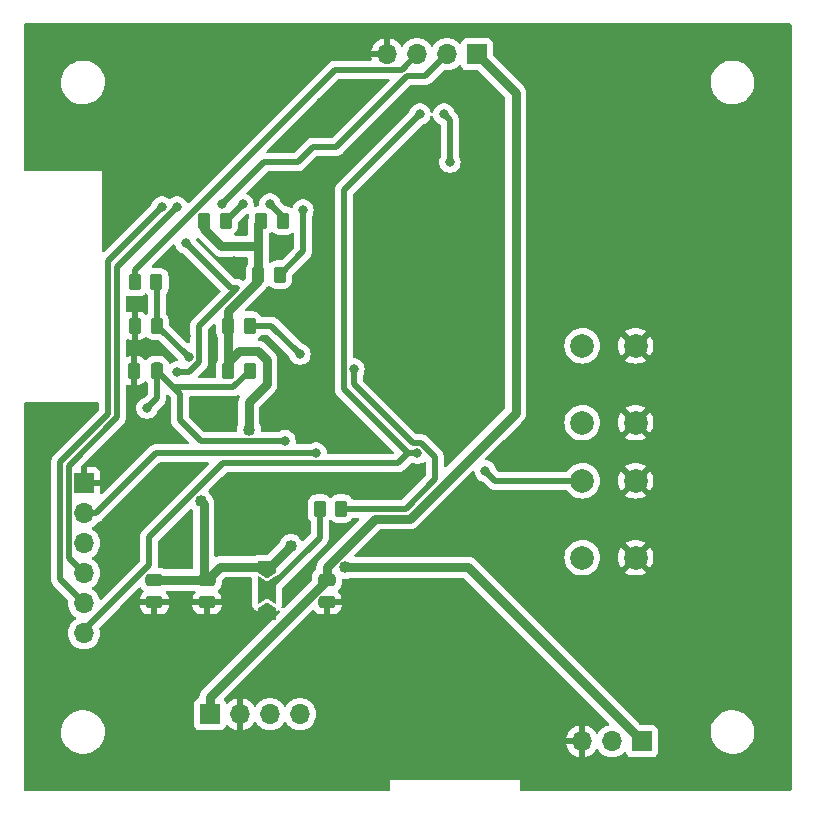
<source format=gbr>
%TF.GenerationSoftware,KiCad,Pcbnew,7.0.10*%
%TF.CreationDate,2024-03-04T00:36:13-06:00*%
%TF.ProjectId,ESP32,45535033-322e-46b6-9963-61645f706362,rev?*%
%TF.SameCoordinates,Original*%
%TF.FileFunction,Copper,L2,Bot*%
%TF.FilePolarity,Positive*%
%FSLAX46Y46*%
G04 Gerber Fmt 4.6, Leading zero omitted, Abs format (unit mm)*
G04 Created by KiCad (PCBNEW 7.0.10) date 2024-03-04 00:36:13*
%MOMM*%
%LPD*%
G01*
G04 APERTURE LIST*
G04 Aperture macros list*
%AMRoundRect*
0 Rectangle with rounded corners*
0 $1 Rounding radius*
0 $2 $3 $4 $5 $6 $7 $8 $9 X,Y pos of 4 corners*
0 Add a 4 corners polygon primitive as box body*
4,1,4,$2,$3,$4,$5,$6,$7,$8,$9,$2,$3,0*
0 Add four circle primitives for the rounded corners*
1,1,$1+$1,$2,$3*
1,1,$1+$1,$4,$5*
1,1,$1+$1,$6,$7*
1,1,$1+$1,$8,$9*
0 Add four rect primitives between the rounded corners*
20,1,$1+$1,$2,$3,$4,$5,0*
20,1,$1+$1,$4,$5,$6,$7,0*
20,1,$1+$1,$6,$7,$8,$9,0*
20,1,$1+$1,$8,$9,$2,$3,0*%
%AMFreePoly0*
4,1,6,1.000000,0.000000,0.500000,-0.750000,-0.500000,-0.750000,-0.500000,0.750000,0.500000,0.750000,1.000000,0.000000,1.000000,0.000000,$1*%
%AMFreePoly1*
4,1,7,0.700000,0.000000,1.200000,-0.750000,-1.200000,-0.750000,-0.700000,0.000000,-1.200000,0.750000,1.200000,0.750000,0.700000,0.000000,0.700000,0.000000,$1*%
G04 Aperture macros list end*
%TA.AperFunction,ComponentPad*%
%ADD10R,1.700000X1.700000*%
%TD*%
%TA.AperFunction,ComponentPad*%
%ADD11O,1.700000X1.700000*%
%TD*%
%TA.AperFunction,ComponentPad*%
%ADD12C,2.000000*%
%TD*%
%TA.AperFunction,SMDPad,CuDef*%
%ADD13RoundRect,0.250000X-0.262500X-0.450000X0.262500X-0.450000X0.262500X0.450000X-0.262500X0.450000X0*%
%TD*%
%TA.AperFunction,SMDPad,CuDef*%
%ADD14RoundRect,0.250000X-0.475000X0.250000X-0.475000X-0.250000X0.475000X-0.250000X0.475000X0.250000X0*%
%TD*%
%TA.AperFunction,SMDPad,CuDef*%
%ADD15RoundRect,0.250000X0.250000X0.475000X-0.250000X0.475000X-0.250000X-0.475000X0.250000X-0.475000X0*%
%TD*%
%TA.AperFunction,SMDPad,CuDef*%
%ADD16RoundRect,0.250000X0.262500X0.450000X-0.262500X0.450000X-0.262500X-0.450000X0.262500X-0.450000X0*%
%TD*%
%TA.AperFunction,SMDPad,CuDef*%
%ADD17FreePoly0,270.000000*%
%TD*%
%TA.AperFunction,SMDPad,CuDef*%
%ADD18FreePoly1,90.000000*%
%TD*%
%TA.AperFunction,SMDPad,CuDef*%
%ADD19FreePoly0,90.000000*%
%TD*%
%TA.AperFunction,ViaPad*%
%ADD20C,0.800000*%
%TD*%
%TA.AperFunction,ViaPad*%
%ADD21C,1.016000*%
%TD*%
%TA.AperFunction,Conductor*%
%ADD22C,0.508000*%
%TD*%
%TA.AperFunction,Conductor*%
%ADD23C,0.762000*%
%TD*%
G04 APERTURE END LIST*
D10*
%TO.P,DHT22,1,Pin_1*%
%TO.N,+3V3*%
X131826000Y-128778000D03*
D11*
%TO.P,DHT22,2,Pin_2*%
%TO.N,/S*%
X129286000Y-128778000D03*
%TO.P,DHT22,3,Pin_3*%
%TO.N,GND*%
X126746000Y-128778000D03*
%TD*%
D10*
%TO.P,MQ135,1,Pin_1*%
%TO.N,+5V*%
X95250000Y-126492000D03*
D11*
%TO.P,MQ135,2,Pin_2*%
%TO.N,GND*%
X97790000Y-126492000D03*
%TO.P,MQ135,3,Pin_3*%
%TO.N,unconnected-(MQ135-Pin_3-Pad3)*%
X100330000Y-126492000D03*
%TO.P,MQ135,4,Pin_4*%
%TO.N,Net-(MQ135-Pin_4)*%
X102870000Y-126492000D03*
%TD*%
D12*
%TO.P,SW2,1,1*%
%TO.N,GND*%
X131282000Y-95302000D03*
X131282000Y-101802000D03*
%TO.P,SW2,2,2*%
%TO.N,/GPIO0_STRAPPING*%
X126782000Y-95302000D03*
X126782000Y-101802000D03*
%TD*%
D10*
%TO.P,USB_UART1,1,Pin_1*%
%TO.N,GND*%
X84582000Y-106934000D03*
D11*
%TO.P,USB_UART1,2,Pin_2*%
%TO.N,/RTS*%
X84582000Y-109474000D03*
%TO.P,USB_UART1,3,Pin_3*%
%TO.N,unconnected-(USB_UART1-Pin_3-Pad3)*%
X84582000Y-112014000D03*
%TO.P,USB_UART1,4,Pin_4*%
%TO.N,/RX*%
X84582000Y-114554000D03*
%TO.P,USB_UART1,5,Pin_5*%
%TO.N,/TX*%
X84582000Y-117094000D03*
%TO.P,USB_UART1,6,Pin_6*%
%TO.N,/DTR*%
X84582000Y-119634000D03*
%TD*%
D12*
%TO.P,SW1,1,1*%
%TO.N,GND*%
X131282000Y-106732000D03*
X131282000Y-113232000D03*
%TO.P,SW1,2,2*%
%TO.N,/CHIP_PU*%
X126782000Y-106732000D03*
X126782000Y-113232000D03*
%TD*%
D10*
%TO.P,HC-SR4,1,Pin_1*%
%TO.N,+5V*%
X117856000Y-70612000D03*
D11*
%TO.P,HC-SR4,2,Pin_2*%
%TO.N,/Trig*%
X115316000Y-70612000D03*
%TO.P,HC-SR4,3,Pin_3*%
%TO.N,Net-(HC-SR4-Pin_3)*%
X112776000Y-70612000D03*
%TO.P,HC-SR4,4,Pin_4*%
%TO.N,GND*%
X110236000Y-70612000D03*
%TD*%
D13*
%TO.P,R7,2*%
%TO.N,/CHIP_PU*%
X98616500Y-97409000D03*
%TO.P,R7,1*%
%TO.N,+3V3*%
X96791500Y-97409000D03*
%TD*%
%TO.P,R10,2*%
%TO.N,/Echo*%
X90725000Y-89916000D03*
%TO.P,R10,1*%
%TO.N,Net-(HC-SR4-Pin_3)*%
X88900000Y-89916000D03*
%TD*%
D14*
%TO.P,C3,2*%
%TO.N,GND*%
X94996000Y-117028000D03*
%TO.P,C3,1*%
%TO.N,+3V3*%
X94996000Y-115128000D03*
%TD*%
%TO.P,C5,1*%
%TO.N,+5V*%
X105156000Y-115128000D03*
%TO.P,C5,2*%
%TO.N,GND*%
X105156000Y-117028000D03*
%TD*%
%TO.P,C4,2*%
%TO.N,GND*%
X90551000Y-117028000D03*
%TO.P,C4,1*%
%TO.N,+3V3*%
X90551000Y-115128000D03*
%TD*%
D15*
%TO.P,C1,2*%
%TO.N,GND*%
X88862500Y-97409000D03*
%TO.P,C1,1*%
%TO.N,/CHIP_PU*%
X90762500Y-97409000D03*
%TD*%
D16*
%TO.P,R11,2*%
%TO.N,GND*%
X88917500Y-93599000D03*
%TO.P,R11,1*%
%TO.N,/Echo*%
X90742500Y-93599000D03*
%TD*%
D13*
%TO.P,R13,2*%
%TO.N,/ZMOD_SCL*%
X96584500Y-84709000D03*
%TO.P,R13,1*%
%TO.N,+3V3*%
X94759500Y-84709000D03*
%TD*%
D16*
%TO.P,R1,2*%
%TO.N,+3V3*%
X96791500Y-93599000D03*
%TO.P,R1,1*%
%TO.N,/GPIO46_STRAPPING*%
X98616500Y-93599000D03*
%TD*%
D13*
%TO.P,R12,2*%
%TO.N,/ZMOD_SDA*%
X101410500Y-84709000D03*
%TO.P,R12,1*%
%TO.N,+3V3*%
X99585500Y-84709000D03*
%TD*%
%TO.P,R8,2*%
%TO.N,/GPIO0_STRAPPING*%
X101156500Y-89281000D03*
%TO.P,R8,1*%
%TO.N,+3V3*%
X99331500Y-89281000D03*
%TD*%
D17*
%TO.P,JP1,3,B*%
%TO.N,+3V3*%
X100076000Y-114008000D03*
D18*
%TO.P,JP1,2,C*%
%TO.N,Net-(JP1-C)*%
X100076000Y-116008000D03*
D19*
%TO.P,JP1,1,A*%
%TO.N,GND*%
X100076000Y-118008000D03*
%TD*%
D16*
%TO.P,R4,2*%
%TO.N,Net-(JP1-C)*%
X104544500Y-109093000D03*
%TO.P,R4,1*%
%TO.N,/GPIO3_STRAPPING*%
X106369500Y-109093000D03*
%TD*%
D20*
%TO.N,GND*%
X98044000Y-85344000D03*
X101092000Y-86868000D03*
X106680000Y-103124000D03*
X115570000Y-103632000D03*
X117094000Y-107188000D03*
X91186000Y-101092000D03*
X94234000Y-101092000D03*
X114554000Y-89662000D03*
X93980000Y-79502000D03*
X101346000Y-73406000D03*
X104648000Y-74676000D03*
X89662000Y-109728000D03*
X100076000Y-109728000D03*
X114554000Y-110998000D03*
X81280000Y-119634000D03*
X81280000Y-102108000D03*
X93218000Y-94488000D03*
X95504000Y-96012000D03*
X102108000Y-92456000D03*
X97282000Y-88138000D03*
X92202000Y-88392000D03*
X88138000Y-84074000D03*
X90170000Y-73914000D03*
%TO.N,/CHIP_PU*%
X118580000Y-105918000D03*
%TO.N,/GPIO0_STRAPPING*%
X115570000Y-79756000D03*
X115062000Y-75692000D03*
%TO.N,/DTR*%
X113030000Y-75692000D03*
%TO.N,/GPIO3_STRAPPING*%
X107442000Y-97282000D03*
%TO.N,/CHIP_PU*%
X101600000Y-103331000D03*
%TO.N,/GPIO46_STRAPPING*%
X102870000Y-96012000D03*
%TO.N,/Trig*%
X93218000Y-86614000D03*
X96266000Y-83312000D03*
D21*
%TO.N,+3V3*%
X98552000Y-102416000D03*
D20*
%TO.N,/TX*%
X91186000Y-83566000D03*
%TO.N,/RX*%
X92456000Y-83566000D03*
%TO.N,/Trig*%
X92456000Y-97536000D03*
%TO.N,/GPIO0_STRAPPING*%
X103124000Y-83820000D03*
%TO.N,/ZMOD_SDA*%
X100330000Y-83312000D03*
%TO.N,/ZMOD_SCL*%
X98044000Y-83312000D03*
%TO.N,/CHIP_PU*%
X89916000Y-100584000D03*
%TO.N,/Echo*%
X93472000Y-96266000D03*
D21*
%TO.N,+3V3*%
X94488000Y-108458000D03*
D20*
%TO.N,GND*%
X92710000Y-112522000D03*
D21*
%TO.N,+3V3*%
X106680000Y-114047000D03*
D20*
%TO.N,/RTS*%
X104232000Y-104394000D03*
D21*
%TO.N,+3V3*%
X102108000Y-112268000D03*
D20*
%TO.N,GND*%
X95250000Y-120396000D03*
X103124000Y-121920000D03*
X102616000Y-115316000D03*
%TO.N,/DTR*%
X112799500Y-104394000D03*
%TO.N,GND*%
X111506000Y-116840000D03*
X114554000Y-122174000D03*
X138684000Y-114300000D03*
X123444000Y-114808000D03*
X128016000Y-74676000D03*
X138684000Y-101092000D03*
X121666000Y-109728000D03*
X122682000Y-91948000D03*
X139446000Y-84328000D03*
X116586000Y-74422000D03*
X103886000Y-71120000D03*
%TD*%
D22*
%TO.N,/RTS*%
X90678000Y-104394000D02*
X104232000Y-104394000D01*
X85598000Y-109474000D02*
X90678000Y-104394000D01*
X84582000Y-109474000D02*
X85598000Y-109474000D01*
%TO.N,/GPIO3_STRAPPING*%
X112430000Y-103540000D02*
X107442000Y-98552000D01*
X107442000Y-98552000D02*
X107442000Y-97282000D01*
X111824794Y-109093000D02*
X114300000Y-106617794D01*
X114300000Y-104686761D02*
X113153239Y-103540000D01*
X113153239Y-103540000D02*
X112430000Y-103540000D01*
X106369500Y-109093000D02*
X111824794Y-109093000D01*
X114300000Y-106617794D02*
X114300000Y-104686761D01*
%TO.N,/CHIP_PU*%
X119394000Y-106732000D02*
X126782000Y-106732000D01*
X118580000Y-105918000D02*
X119394000Y-106732000D01*
X92710000Y-99356500D02*
X92159500Y-98806000D01*
X101600000Y-103331000D02*
X101553000Y-103378000D01*
X101553000Y-103378000D02*
X94488000Y-103378000D01*
X94488000Y-103378000D02*
X92710000Y-101600000D01*
X92710000Y-101600000D02*
X92710000Y-99356500D01*
%TO.N,/GPIO0_STRAPPING*%
X115570000Y-79756000D02*
X115570000Y-76200000D01*
X115570000Y-76200000D02*
X115062000Y-75692000D01*
%TO.N,/DTR*%
X113030000Y-75692000D02*
X106588000Y-82134000D01*
X106588000Y-82134000D02*
X106588000Y-98968000D01*
X106588000Y-98968000D02*
X112014000Y-104394000D01*
D23*
%TO.N,+3V3*%
X96791500Y-96709000D02*
X96791500Y-97409000D01*
X97742500Y-95758000D02*
X96791500Y-96709000D01*
X99314000Y-95758000D02*
X97742500Y-95758000D01*
X100076000Y-96520000D02*
X99314000Y-95758000D01*
X100076000Y-98552000D02*
X100076000Y-96520000D01*
X98552000Y-102416000D02*
X98552000Y-100076000D01*
X98552000Y-100076000D02*
X100076000Y-98552000D01*
%TO.N,+5V*%
X121123000Y-73879000D02*
X117856000Y-70612000D01*
X121123000Y-100975662D02*
X121123000Y-73879000D01*
D22*
%TO.N,/GPIO46_STRAPPING*%
X100457000Y-93599000D02*
X102870000Y-96012000D01*
X98616500Y-93599000D02*
X100457000Y-93599000D01*
%TO.N,/Trig*%
X113484000Y-72444000D02*
X115316000Y-70612000D01*
X111945264Y-72444000D02*
X113484000Y-72444000D01*
X102678261Y-79756000D02*
X103992997Y-78441264D01*
X99822000Y-79756000D02*
X102678261Y-79756000D01*
X103992997Y-78441264D02*
X105948000Y-78441264D01*
X96266000Y-83312000D02*
X99822000Y-79756000D01*
X105948000Y-78441264D02*
X111945264Y-72444000D01*
X97013000Y-90409000D02*
X93218000Y-86614000D01*
X97551000Y-90409000D02*
X97013000Y-90409000D01*
D23*
%TO.N,+3V3*%
X94759500Y-85409000D02*
X94759500Y-84709000D01*
X99331500Y-86868000D02*
X96218500Y-86868000D01*
X99331500Y-86868000D02*
X99331500Y-84963000D01*
X99331500Y-89281000D02*
X99331500Y-86868000D01*
X96218500Y-86868000D02*
X94759500Y-85409000D01*
X99331500Y-84963000D02*
X99585500Y-84709000D01*
X99331500Y-89809368D02*
X99331500Y-89281000D01*
X96791500Y-92349368D02*
X99331500Y-89809368D01*
X96791500Y-93599000D02*
X96791500Y-92349368D01*
X96791500Y-97409000D02*
X96791500Y-93599000D01*
D22*
%TO.N,/DTR*%
X111160000Y-105248000D02*
X112014000Y-104394000D01*
X90078000Y-111507526D02*
X96337526Y-105248000D01*
X112014000Y-104394000D02*
X112799500Y-104394000D01*
X90078000Y-113873466D02*
X90078000Y-111507526D01*
X84582000Y-119634000D02*
X84582000Y-119369466D01*
X84582000Y-119369466D02*
X90078000Y-113873466D01*
X96337526Y-105248000D02*
X111160000Y-105248000D01*
%TO.N,/TX*%
X86614000Y-88138000D02*
X91186000Y-83566000D01*
X82570000Y-105136000D02*
X86614000Y-101092000D01*
X86614000Y-101092000D02*
X86614000Y-88138000D01*
X82570000Y-115082000D02*
X82570000Y-105136000D01*
X84582000Y-117094000D02*
X82570000Y-115082000D01*
%TO.N,/RX*%
X83278000Y-105444000D02*
X87376000Y-101346000D01*
X83278000Y-113250000D02*
X83278000Y-105444000D01*
X87376000Y-88646000D02*
X92456000Y-83566000D01*
X84582000Y-114554000D02*
X83278000Y-113250000D01*
X87376000Y-101346000D02*
X87376000Y-88646000D01*
%TO.N,/Trig*%
X93472000Y-97536000D02*
X92456000Y-97536000D01*
X97551000Y-90409000D02*
X94326000Y-93634000D01*
X94326000Y-93634000D02*
X94326000Y-96682000D01*
X94326000Y-96682000D02*
X93472000Y-97536000D01*
%TO.N,/GPIO0_STRAPPING*%
X103124000Y-87313500D02*
X103124000Y-83820000D01*
X101156500Y-89281000D02*
X103124000Y-87313500D01*
%TO.N,/ZMOD_SDA*%
X101410500Y-84392500D02*
X100330000Y-83312000D01*
X101410500Y-84709000D02*
X101410500Y-84392500D01*
%TO.N,/ZMOD_SCL*%
X96647000Y-84709000D02*
X98044000Y-83312000D01*
X96584500Y-84709000D02*
X96647000Y-84709000D01*
%TO.N,Net-(HC-SR4-Pin_3)*%
X111472000Y-71916000D02*
X112776000Y-70612000D01*
X105837466Y-71916000D02*
X111472000Y-71916000D01*
X88900000Y-88853466D02*
X105837466Y-71916000D01*
X88900000Y-89916000D02*
X88900000Y-88853466D01*
%TO.N,/CHIP_PU*%
X90762500Y-99737500D02*
X89916000Y-100584000D01*
X90762500Y-97409000D02*
X90762500Y-99737500D01*
X97219500Y-98806000D02*
X98616500Y-97409000D01*
X90762500Y-97409000D02*
X92159500Y-98806000D01*
X92159500Y-98806000D02*
X97219500Y-98806000D01*
%TO.N,/Echo*%
X90805000Y-93599000D02*
X93472000Y-96266000D01*
X90742500Y-93599000D02*
X90805000Y-93599000D01*
X90742500Y-89933500D02*
X90725000Y-89916000D01*
X90742500Y-93599000D02*
X90742500Y-89933500D01*
D23*
%TO.N,+3V3*%
X94742000Y-114874000D02*
X94996000Y-115128000D01*
X94742000Y-108712000D02*
X94742000Y-114874000D01*
X94488000Y-108458000D02*
X94742000Y-108712000D01*
X100368000Y-114008000D02*
X102108000Y-112268000D01*
X96116000Y-114008000D02*
X98806000Y-114008000D01*
X106680000Y-114047000D02*
X117095000Y-114047000D01*
%TO.N,+5V*%
X105156000Y-115128000D02*
X105156000Y-114030921D01*
D22*
%TO.N,Net-(JP1-C)*%
X104544500Y-111539500D02*
X100076000Y-116008000D01*
D23*
%TO.N,+3V3*%
X94996000Y-115128000D02*
X96116000Y-114008000D01*
%TO.N,+5V*%
X105148862Y-115128000D02*
X105156000Y-115128000D01*
%TO.N,+3V3*%
X98806000Y-114008000D02*
X100076000Y-114008000D01*
%TO.N,+5V*%
X95250000Y-125026862D02*
X105148862Y-115128000D01*
%TO.N,+3V3*%
X98806000Y-114008000D02*
X100368000Y-114008000D01*
X90551000Y-115128000D02*
X94996000Y-115128000D01*
%TO.N,+5V*%
X109258921Y-109928000D02*
X112170662Y-109928000D01*
D22*
%TO.N,Net-(JP1-C)*%
X104544500Y-109093000D02*
X104544500Y-111539500D01*
D23*
%TO.N,+5V*%
X105156000Y-114030921D02*
X109258921Y-109928000D01*
X112170662Y-109928000D02*
X121123000Y-100975662D01*
%TO.N,+3V3*%
X117095000Y-114047000D02*
X131826000Y-128778000D01*
%TO.N,+5V*%
X95250000Y-126492000D02*
X95250000Y-125026862D01*
%TD*%
%TA.AperFunction,Conductor*%
%TO.N,GND*%
G36*
X144441621Y-68020502D02*
G01*
X144488114Y-68074158D01*
X144499500Y-68126500D01*
X144499500Y-132873500D01*
X144479498Y-132941621D01*
X144425842Y-132988114D01*
X144373500Y-132999500D01*
X121626500Y-132999500D01*
X121558379Y-132979498D01*
X121511886Y-132925842D01*
X121500500Y-132873500D01*
X121500500Y-132125157D01*
X121500528Y-132125014D01*
X121500524Y-132125014D01*
X121500539Y-132100002D01*
X121500541Y-132100000D01*
X121500383Y-132099617D01*
X121500381Y-132099616D01*
X121500380Y-132099615D01*
X121500305Y-132099584D01*
X121500096Y-132099498D01*
X121500002Y-132099459D01*
X121475048Y-132099459D01*
X121474842Y-132099500D01*
X110525158Y-132099500D01*
X110524952Y-132099459D01*
X110499998Y-132099459D01*
X110499901Y-132099499D01*
X110499696Y-132099584D01*
X110499618Y-132099615D01*
X110499617Y-132099617D01*
X110499459Y-132100000D01*
X110499476Y-132125014D01*
X110499471Y-132125014D01*
X110499500Y-132125157D01*
X110499500Y-132873500D01*
X110479498Y-132941621D01*
X110425842Y-132988114D01*
X110373500Y-132999500D01*
X79626500Y-132999500D01*
X79558379Y-132979498D01*
X79511886Y-132925842D01*
X79500500Y-132873500D01*
X79500500Y-128067765D01*
X82645788Y-128067765D01*
X82675412Y-128337014D01*
X82743928Y-128599090D01*
X82849869Y-128848389D01*
X82894923Y-128922211D01*
X82990982Y-129079610D01*
X83164255Y-129287820D01*
X83365998Y-129468582D01*
X83591910Y-129618044D01*
X83837176Y-129733020D01*
X84096569Y-129811060D01*
X84096572Y-129811060D01*
X84096574Y-129811061D01*
X84364557Y-129850500D01*
X84364561Y-129850500D01*
X84567631Y-129850500D01*
X84770156Y-129835677D01*
X84770160Y-129835676D01*
X84770161Y-129835676D01*
X84880665Y-129811060D01*
X85034553Y-129776780D01*
X85287558Y-129680014D01*
X85523777Y-129547441D01*
X85738177Y-129381888D01*
X85926186Y-129186881D01*
X86083799Y-128966579D01*
X86143794Y-128849889D01*
X86207656Y-128725675D01*
X86207657Y-128725672D01*
X86266349Y-128553632D01*
X86295118Y-128469305D01*
X86344319Y-128202933D01*
X86354212Y-127932235D01*
X86338880Y-127792889D01*
X86324587Y-127662985D01*
X86273981Y-127469416D01*
X86256072Y-127400912D01*
X86250487Y-127387770D01*
X86150130Y-127151610D01*
X86141357Y-127137235D01*
X86009018Y-126920390D01*
X85835745Y-126712180D01*
X85835741Y-126712177D01*
X85835740Y-126712175D01*
X85634012Y-126531427D01*
X85634002Y-126531418D01*
X85408090Y-126381956D01*
X85162824Y-126266980D01*
X85005392Y-126219615D01*
X84903425Y-126188938D01*
X84635442Y-126149500D01*
X84635439Y-126149500D01*
X84432369Y-126149500D01*
X84229839Y-126164323D01*
X84229838Y-126164323D01*
X83965456Y-126223217D01*
X83965441Y-126223222D01*
X83712441Y-126319986D01*
X83476229Y-126452555D01*
X83476225Y-126452557D01*
X83261818Y-126618116D01*
X83073815Y-126813117D01*
X83073810Y-126813123D01*
X82916203Y-127033417D01*
X82916196Y-127033427D01*
X82792343Y-127274324D01*
X82792342Y-127274327D01*
X82704883Y-127530689D01*
X82704880Y-127530702D01*
X82655681Y-127797058D01*
X82655680Y-127797069D01*
X82645788Y-128067765D01*
X79500500Y-128067765D01*
X79500500Y-100202000D01*
X79520502Y-100133879D01*
X79574158Y-100087386D01*
X79626500Y-100076000D01*
X85725500Y-100076000D01*
X85793621Y-100096002D01*
X85840114Y-100149658D01*
X85851500Y-100202000D01*
X85851500Y-100723971D01*
X85831498Y-100792092D01*
X85814595Y-100813066D01*
X82076602Y-104551058D01*
X82062753Y-104563028D01*
X82043179Y-104577601D01*
X82043176Y-104577603D01*
X82010820Y-104616163D01*
X82003409Y-104624252D01*
X81999427Y-104628234D01*
X81999421Y-104628241D01*
X81979884Y-104652948D01*
X81977576Y-104655782D01*
X81928604Y-104714147D01*
X81924574Y-104720275D01*
X81924523Y-104720242D01*
X81920405Y-104726706D01*
X81920455Y-104726737D01*
X81916605Y-104732978D01*
X81884394Y-104802054D01*
X81882798Y-104805351D01*
X81848605Y-104873434D01*
X81846095Y-104880332D01*
X81846039Y-104880311D01*
X81843525Y-104887545D01*
X81843582Y-104887564D01*
X81841273Y-104894529D01*
X81825865Y-104969148D01*
X81825073Y-104972722D01*
X81807500Y-105046874D01*
X81806648Y-105054167D01*
X81806587Y-105054159D01*
X81805809Y-105061773D01*
X81805871Y-105061779D01*
X81805231Y-105069090D01*
X81807447Y-105145254D01*
X81807500Y-105148918D01*
X81807500Y-115017271D01*
X81806170Y-115035530D01*
X81802634Y-115059668D01*
X81802634Y-115059673D01*
X81807021Y-115109817D01*
X81807500Y-115120797D01*
X81807500Y-115126420D01*
X81811155Y-115157696D01*
X81811527Y-115161337D01*
X81818168Y-115237236D01*
X81819652Y-115244423D01*
X81819593Y-115244435D01*
X81821251Y-115251916D01*
X81821310Y-115251903D01*
X81823002Y-115259043D01*
X81849070Y-115330666D01*
X81850272Y-115334126D01*
X81874234Y-115406438D01*
X81877335Y-115413088D01*
X81877280Y-115413113D01*
X81880619Y-115420010D01*
X81880673Y-115419983D01*
X81883964Y-115426537D01*
X81925850Y-115490222D01*
X81927807Y-115493292D01*
X81967812Y-115558149D01*
X81967813Y-115558150D01*
X81967815Y-115558153D01*
X81972362Y-115563903D01*
X81972314Y-115563940D01*
X81977154Y-115569881D01*
X81977200Y-115569843D01*
X81981915Y-115575462D01*
X82037375Y-115627787D01*
X82040003Y-115630340D01*
X83199341Y-116789678D01*
X83233367Y-116851990D01*
X83235816Y-116889178D01*
X83231549Y-116940676D01*
X83218844Y-117094000D01*
X83234422Y-117282000D01*
X83237437Y-117318375D01*
X83292702Y-117536612D01*
X83292703Y-117536613D01*
X83292704Y-117536616D01*
X83383140Y-117742791D01*
X83383141Y-117742793D01*
X83506275Y-117931265D01*
X83506279Y-117931270D01*
X83658762Y-118096908D01*
X83713331Y-118139381D01*
X83836424Y-118235189D01*
X83869680Y-118253186D01*
X83920071Y-118303200D01*
X83935423Y-118372516D01*
X83910862Y-118439129D01*
X83869680Y-118474814D01*
X83836426Y-118492810D01*
X83836424Y-118492811D01*
X83658762Y-118631091D01*
X83506279Y-118796729D01*
X83506275Y-118796734D01*
X83383141Y-118985206D01*
X83292703Y-119191386D01*
X83292702Y-119191387D01*
X83237437Y-119409624D01*
X83218844Y-119634000D01*
X83237437Y-119858375D01*
X83292702Y-120076612D01*
X83292703Y-120076613D01*
X83383141Y-120282793D01*
X83506275Y-120471265D01*
X83506279Y-120471270D01*
X83658762Y-120636908D01*
X83713331Y-120679381D01*
X83836424Y-120775189D01*
X84034426Y-120882342D01*
X84034427Y-120882342D01*
X84034428Y-120882343D01*
X84146227Y-120920723D01*
X84247365Y-120955444D01*
X84469431Y-120992500D01*
X84469435Y-120992500D01*
X84694565Y-120992500D01*
X84694569Y-120992500D01*
X84916635Y-120955444D01*
X85129574Y-120882342D01*
X85327576Y-120775189D01*
X85505240Y-120636906D01*
X85657722Y-120471268D01*
X85780860Y-120282791D01*
X85871296Y-120076616D01*
X85926564Y-119858368D01*
X85945156Y-119634000D01*
X85926564Y-119409632D01*
X85926562Y-119409624D01*
X85882228Y-119234551D01*
X85884895Y-119163605D01*
X85915277Y-119114525D01*
X87611837Y-117417965D01*
X87747802Y-117282000D01*
X89318000Y-117282000D01*
X89318000Y-117328516D01*
X89328605Y-117432318D01*
X89328606Y-117432321D01*
X89384342Y-117600525D01*
X89477365Y-117751339D01*
X89477370Y-117751345D01*
X89602654Y-117876629D01*
X89602660Y-117876634D01*
X89753474Y-117969657D01*
X89921678Y-118025393D01*
X89921681Y-118025394D01*
X90025483Y-118035999D01*
X90025483Y-118036000D01*
X90297000Y-118036000D01*
X90297000Y-117282000D01*
X90805000Y-117282000D01*
X90805000Y-118036000D01*
X91076517Y-118036000D01*
X91076516Y-118035999D01*
X91180318Y-118025394D01*
X91180321Y-118025393D01*
X91348525Y-117969657D01*
X91499339Y-117876634D01*
X91499345Y-117876629D01*
X91624629Y-117751345D01*
X91624634Y-117751339D01*
X91717657Y-117600525D01*
X91773393Y-117432321D01*
X91773394Y-117432318D01*
X91783999Y-117328516D01*
X91784000Y-117328516D01*
X91784000Y-117282000D01*
X93763000Y-117282000D01*
X93763000Y-117328516D01*
X93773605Y-117432318D01*
X93773606Y-117432321D01*
X93829342Y-117600525D01*
X93922365Y-117751339D01*
X93922370Y-117751345D01*
X94047654Y-117876629D01*
X94047660Y-117876634D01*
X94198474Y-117969657D01*
X94366678Y-118025393D01*
X94366681Y-118025394D01*
X94470483Y-118035999D01*
X94470483Y-118036000D01*
X94742000Y-118036000D01*
X94742000Y-117282000D01*
X95250000Y-117282000D01*
X95250000Y-118036000D01*
X95521517Y-118036000D01*
X95521516Y-118035999D01*
X95625318Y-118025394D01*
X95625321Y-118025393D01*
X95793525Y-117969657D01*
X95944339Y-117876634D01*
X95944345Y-117876629D01*
X96069629Y-117751345D01*
X96069634Y-117751339D01*
X96162657Y-117600525D01*
X96218393Y-117432321D01*
X96218394Y-117432318D01*
X96228999Y-117328516D01*
X96229000Y-117328516D01*
X96229000Y-117282000D01*
X95250000Y-117282000D01*
X94742000Y-117282000D01*
X93763000Y-117282000D01*
X91784000Y-117282000D01*
X90805000Y-117282000D01*
X90297000Y-117282000D01*
X89318000Y-117282000D01*
X87747802Y-117282000D01*
X89250293Y-115779509D01*
X89312603Y-115745485D01*
X89383418Y-115750550D01*
X89440254Y-115793097D01*
X89446626Y-115802458D01*
X89476968Y-115851649D01*
X89476975Y-115851658D01*
X89602345Y-115977028D01*
X89605450Y-115979483D01*
X89607027Y-115981710D01*
X89607537Y-115982220D01*
X89607449Y-115982307D01*
X89646481Y-116037422D01*
X89649673Y-116108347D01*
X89614014Y-116169739D01*
X89605454Y-116177157D01*
X89602654Y-116179370D01*
X89477370Y-116304654D01*
X89477365Y-116304660D01*
X89384342Y-116455474D01*
X89328606Y-116623678D01*
X89328605Y-116623681D01*
X89318000Y-116727483D01*
X89318000Y-116774000D01*
X91784000Y-116774000D01*
X91784000Y-116727483D01*
X91773394Y-116623681D01*
X91773393Y-116623678D01*
X91717657Y-116455474D01*
X91624634Y-116304660D01*
X91624629Y-116304654D01*
X91552570Y-116232595D01*
X91518544Y-116170283D01*
X91523609Y-116099468D01*
X91566156Y-116042632D01*
X91632676Y-116017821D01*
X91641665Y-116017500D01*
X93905335Y-116017500D01*
X93973456Y-116037502D01*
X94019949Y-116091158D01*
X94030053Y-116161432D01*
X94000559Y-116226012D01*
X93994430Y-116232595D01*
X93922370Y-116304654D01*
X93922365Y-116304660D01*
X93829342Y-116455474D01*
X93773606Y-116623678D01*
X93773605Y-116623681D01*
X93763000Y-116727483D01*
X93763000Y-116774000D01*
X96229000Y-116774000D01*
X96229000Y-116727483D01*
X96218394Y-116623681D01*
X96218393Y-116623678D01*
X96162657Y-116455474D01*
X96069634Y-116304660D01*
X96069629Y-116304654D01*
X95944344Y-116179369D01*
X95941551Y-116177161D01*
X95940131Y-116175156D01*
X95939150Y-116174175D01*
X95939317Y-116174007D01*
X95900519Y-116119222D01*
X95897325Y-116048298D01*
X95932983Y-115986905D01*
X95941554Y-115979478D01*
X95944639Y-115977037D01*
X95944652Y-115977030D01*
X96070030Y-115851652D01*
X96163115Y-115700738D01*
X96218887Y-115532426D01*
X96229500Y-115428545D01*
X96229499Y-115204633D01*
X96249501Y-115136513D01*
X96266399Y-115115542D01*
X96447539Y-114934404D01*
X96509851Y-114900379D01*
X96536634Y-114897500D01*
X98686271Y-114897500D01*
X98754392Y-114917502D01*
X98800885Y-114971158D01*
X98812271Y-115023500D01*
X98812271Y-117208000D01*
X98818800Y-117289645D01*
X98830927Y-117328516D01*
X98858832Y-117417965D01*
X98862348Y-117429233D01*
X98943457Y-117550897D01*
X98943458Y-117550898D01*
X98943459Y-117550899D01*
X99002714Y-117600525D01*
X99055558Y-117644782D01*
X99189569Y-117703282D01*
X99251738Y-117711156D01*
X99334628Y-117721656D01*
X99334629Y-117721655D01*
X99334632Y-117721656D01*
X99478996Y-117698418D01*
X99610966Y-117635448D01*
X100006111Y-117372017D01*
X100073881Y-117350875D01*
X100142329Y-117369729D01*
X100145888Y-117372017D01*
X100541034Y-117635448D01*
X100541040Y-117635451D01*
X100541046Y-117635455D01*
X100612589Y-117675304D01*
X100752889Y-117716500D01*
X100752892Y-117716500D01*
X100899108Y-117716500D01*
X100899111Y-117716500D01*
X100996401Y-117687933D01*
X101067396Y-117687933D01*
X101127122Y-117726316D01*
X101156615Y-117790897D01*
X101146512Y-117861171D01*
X101120993Y-117897924D01*
X94677544Y-124341373D01*
X94662518Y-124354208D01*
X94651530Y-124362192D01*
X94606768Y-124411905D01*
X94602233Y-124416684D01*
X94588065Y-124430853D01*
X94588057Y-124430862D01*
X94575448Y-124446431D01*
X94571172Y-124451437D01*
X94526418Y-124501143D01*
X94526410Y-124501154D01*
X94519626Y-124512904D01*
X94508431Y-124529193D01*
X94499893Y-124539736D01*
X94469521Y-124599343D01*
X94466375Y-124605137D01*
X94432925Y-124663075D01*
X94432923Y-124663079D01*
X94428731Y-124675982D01*
X94421168Y-124694243D01*
X94415007Y-124706335D01*
X94397688Y-124770966D01*
X94395815Y-124777288D01*
X94375144Y-124840904D01*
X94373726Y-124854400D01*
X94370125Y-124873830D01*
X94366610Y-124886949D01*
X94363110Y-124953748D01*
X94362593Y-124960324D01*
X94360500Y-124980234D01*
X94360500Y-125000268D01*
X94360327Y-125006863D01*
X94358923Y-125033649D01*
X94335383Y-125100630D01*
X94279367Y-125144250D01*
X94277129Y-125145109D01*
X94153797Y-125191110D01*
X94153792Y-125191112D01*
X94036738Y-125278738D01*
X93949112Y-125395792D01*
X93949110Y-125395797D01*
X93898011Y-125532795D01*
X93898009Y-125532803D01*
X93891500Y-125593350D01*
X93891500Y-127390649D01*
X93898009Y-127451196D01*
X93898011Y-127451204D01*
X93949110Y-127588202D01*
X93949112Y-127588207D01*
X94036738Y-127705261D01*
X94153792Y-127792887D01*
X94153794Y-127792888D01*
X94153796Y-127792889D01*
X94207600Y-127812957D01*
X94290795Y-127843988D01*
X94290803Y-127843990D01*
X94351350Y-127850499D01*
X94351355Y-127850499D01*
X94351362Y-127850500D01*
X94351368Y-127850500D01*
X96148632Y-127850500D01*
X96148638Y-127850500D01*
X96148645Y-127850499D01*
X96148649Y-127850499D01*
X96209196Y-127843990D01*
X96209199Y-127843989D01*
X96209201Y-127843989D01*
X96346204Y-127792889D01*
X96369976Y-127775094D01*
X96463261Y-127705261D01*
X96550886Y-127588208D01*
X96550885Y-127588208D01*
X96550889Y-127588204D01*
X96595196Y-127469413D01*
X96637741Y-127412581D01*
X96704262Y-127387770D01*
X96773636Y-127402862D01*
X96805952Y-127428112D01*
X96867097Y-127494534D01*
X97044698Y-127632767D01*
X97044699Y-127632768D01*
X97242628Y-127739882D01*
X97242630Y-127739883D01*
X97455483Y-127812955D01*
X97455492Y-127812957D01*
X97536000Y-127826391D01*
X97536000Y-126925674D01*
X97647685Y-126976680D01*
X97754237Y-126992000D01*
X97825763Y-126992000D01*
X97932315Y-126976680D01*
X98044000Y-126925674D01*
X98044000Y-127826390D01*
X98124507Y-127812957D01*
X98124516Y-127812955D01*
X98337369Y-127739883D01*
X98337371Y-127739882D01*
X98535300Y-127632768D01*
X98535301Y-127632767D01*
X98712902Y-127494534D01*
X98865327Y-127328955D01*
X98954217Y-127192899D01*
X99008220Y-127146810D01*
X99078568Y-127137235D01*
X99142925Y-127167212D01*
X99165183Y-127192898D01*
X99254279Y-127329270D01*
X99371904Y-127457043D01*
X99390377Y-127477110D01*
X99406762Y-127494908D01*
X99452733Y-127530689D01*
X99584424Y-127633189D01*
X99782426Y-127740342D01*
X99782427Y-127740342D01*
X99782428Y-127740343D01*
X99883646Y-127775091D01*
X99995365Y-127813444D01*
X100217431Y-127850500D01*
X100217435Y-127850500D01*
X100442565Y-127850500D01*
X100442569Y-127850500D01*
X100664635Y-127813444D01*
X100877574Y-127740342D01*
X101075576Y-127633189D01*
X101253240Y-127494906D01*
X101405722Y-127329268D01*
X101405927Y-127328955D01*
X101422519Y-127303558D01*
X101494518Y-127193354D01*
X101548520Y-127147268D01*
X101618868Y-127137692D01*
X101683225Y-127167669D01*
X101705480Y-127193353D01*
X101736770Y-127241246D01*
X101794275Y-127329265D01*
X101794279Y-127329270D01*
X101911904Y-127457043D01*
X101930377Y-127477110D01*
X101946762Y-127494908D01*
X101992733Y-127530689D01*
X102124424Y-127633189D01*
X102322426Y-127740342D01*
X102322427Y-127740342D01*
X102322428Y-127740343D01*
X102423646Y-127775091D01*
X102535365Y-127813444D01*
X102757431Y-127850500D01*
X102757435Y-127850500D01*
X102982565Y-127850500D01*
X102982569Y-127850500D01*
X103204635Y-127813444D01*
X103417574Y-127740342D01*
X103615576Y-127633189D01*
X103793240Y-127494906D01*
X103945722Y-127329268D01*
X103945927Y-127328955D01*
X103981618Y-127274325D01*
X104068860Y-127140791D01*
X104159296Y-126934616D01*
X104214564Y-126716368D01*
X104233156Y-126492000D01*
X104214564Y-126267632D01*
X104203317Y-126223217D01*
X104159297Y-126049387D01*
X104159296Y-126049386D01*
X104159296Y-126049384D01*
X104068860Y-125843209D01*
X104051597Y-125816786D01*
X103945724Y-125654734D01*
X103945720Y-125654729D01*
X103829570Y-125528559D01*
X103793240Y-125489094D01*
X103793239Y-125489093D01*
X103793237Y-125489091D01*
X103673367Y-125395792D01*
X103615576Y-125350811D01*
X103417574Y-125243658D01*
X103417572Y-125243657D01*
X103417571Y-125243656D01*
X103204639Y-125170557D01*
X103204630Y-125170555D01*
X103127029Y-125157606D01*
X102982569Y-125133500D01*
X102757431Y-125133500D01*
X102612971Y-125157606D01*
X102535369Y-125170555D01*
X102535360Y-125170557D01*
X102322428Y-125243656D01*
X102322426Y-125243658D01*
X102124426Y-125350810D01*
X102124424Y-125350811D01*
X101946762Y-125489091D01*
X101794279Y-125654729D01*
X101705483Y-125790643D01*
X101651479Y-125836731D01*
X101581131Y-125846306D01*
X101516774Y-125816329D01*
X101494517Y-125790643D01*
X101405720Y-125654729D01*
X101289570Y-125528559D01*
X101253240Y-125489094D01*
X101253239Y-125489093D01*
X101253237Y-125489091D01*
X101133367Y-125395792D01*
X101075576Y-125350811D01*
X100877574Y-125243658D01*
X100877572Y-125243657D01*
X100877571Y-125243656D01*
X100664639Y-125170557D01*
X100664630Y-125170555D01*
X100587029Y-125157606D01*
X100442569Y-125133500D01*
X100217431Y-125133500D01*
X100072971Y-125157606D01*
X99995369Y-125170555D01*
X99995360Y-125170557D01*
X99782428Y-125243656D01*
X99782426Y-125243658D01*
X99584426Y-125350810D01*
X99584424Y-125350811D01*
X99406762Y-125489091D01*
X99254279Y-125654729D01*
X99165183Y-125791101D01*
X99111179Y-125837189D01*
X99040831Y-125846764D01*
X98976474Y-125816786D01*
X98954217Y-125791100D01*
X98865327Y-125655044D01*
X98712902Y-125489465D01*
X98535301Y-125351232D01*
X98535300Y-125351231D01*
X98337371Y-125244117D01*
X98337369Y-125244116D01*
X98124512Y-125171043D01*
X98124501Y-125171040D01*
X98044000Y-125157606D01*
X98044000Y-126058325D01*
X97932315Y-126007320D01*
X97825763Y-125992000D01*
X97754237Y-125992000D01*
X97647685Y-126007320D01*
X97536000Y-126058325D01*
X97536000Y-125157607D01*
X97535999Y-125157606D01*
X97455498Y-125171040D01*
X97455487Y-125171043D01*
X97242630Y-125244116D01*
X97242628Y-125244117D01*
X97044699Y-125351231D01*
X97044698Y-125351232D01*
X96867096Y-125489465D01*
X96805951Y-125555888D01*
X96745098Y-125592459D01*
X96674134Y-125590324D01*
X96615588Y-125550163D01*
X96595195Y-125514583D01*
X96550889Y-125395796D01*
X96550887Y-125395792D01*
X96463262Y-125278740D01*
X96463261Y-125278739D01*
X96461173Y-125277176D01*
X96459607Y-125275084D01*
X96456889Y-125272366D01*
X96457279Y-125271975D01*
X96418628Y-125220341D01*
X96413564Y-125149525D01*
X96447587Y-125087216D01*
X103855659Y-117679144D01*
X103917967Y-117645121D01*
X103988782Y-117650186D01*
X104045618Y-117692733D01*
X104051990Y-117702095D01*
X104082361Y-117751333D01*
X104082370Y-117751345D01*
X104207654Y-117876629D01*
X104207660Y-117876634D01*
X104358474Y-117969657D01*
X104526678Y-118025393D01*
X104526681Y-118025394D01*
X104630483Y-118035999D01*
X104630483Y-118036000D01*
X104902000Y-118036000D01*
X104902000Y-117282000D01*
X105410000Y-117282000D01*
X105410000Y-118036000D01*
X105681517Y-118036000D01*
X105681516Y-118035999D01*
X105785318Y-118025394D01*
X105785321Y-118025393D01*
X105953525Y-117969657D01*
X106104339Y-117876634D01*
X106104345Y-117876629D01*
X106229629Y-117751345D01*
X106229634Y-117751339D01*
X106322657Y-117600525D01*
X106378393Y-117432321D01*
X106378394Y-117432318D01*
X106388999Y-117328516D01*
X106389000Y-117328516D01*
X106389000Y-117282000D01*
X105410000Y-117282000D01*
X104902000Y-117282000D01*
X104902000Y-116900000D01*
X104922002Y-116831879D01*
X104975658Y-116785386D01*
X105028000Y-116774000D01*
X106389000Y-116774000D01*
X106389000Y-116727483D01*
X106378394Y-116623681D01*
X106378393Y-116623678D01*
X106322657Y-116455474D01*
X106229634Y-116304660D01*
X106229629Y-116304654D01*
X106104344Y-116179369D01*
X106101551Y-116177161D01*
X106100131Y-116175156D01*
X106099150Y-116174175D01*
X106099317Y-116174007D01*
X106060519Y-116119222D01*
X106057325Y-116048298D01*
X106092983Y-115986905D01*
X106101554Y-115979478D01*
X106104639Y-115977037D01*
X106104652Y-115977030D01*
X106230030Y-115851652D01*
X106323115Y-115700738D01*
X106378887Y-115532426D01*
X106389500Y-115428545D01*
X106389499Y-115178824D01*
X106409501Y-115110706D01*
X106463156Y-115064213D01*
X106527849Y-115053433D01*
X106679997Y-115068418D01*
X106680000Y-115068418D01*
X106680003Y-115068418D01*
X106879261Y-115048793D01*
X106879263Y-115048793D01*
X106879264Y-115048792D01*
X106879269Y-115048792D01*
X107070880Y-114990667D01*
X107144384Y-114951377D01*
X107203780Y-114936500D01*
X116674367Y-114936500D01*
X116742488Y-114956502D01*
X116763462Y-114973405D01*
X129031303Y-127241246D01*
X129065329Y-127303558D01*
X129060264Y-127374373D01*
X129017717Y-127431209D01*
X128962951Y-127454622D01*
X128951373Y-127456554D01*
X128951360Y-127456557D01*
X128738428Y-127529656D01*
X128738426Y-127529658D01*
X128540426Y-127636810D01*
X128540424Y-127636811D01*
X128362762Y-127775091D01*
X128210279Y-127940729D01*
X128121183Y-128077101D01*
X128067179Y-128123189D01*
X127996831Y-128132764D01*
X127932474Y-128102786D01*
X127910217Y-128077100D01*
X127821327Y-127941044D01*
X127668902Y-127775465D01*
X127491301Y-127637232D01*
X127491300Y-127637231D01*
X127293371Y-127530117D01*
X127293369Y-127530116D01*
X127080512Y-127457043D01*
X127080501Y-127457040D01*
X127000000Y-127443606D01*
X127000000Y-128344325D01*
X126888315Y-128293320D01*
X126781763Y-128278000D01*
X126710237Y-128278000D01*
X126603685Y-128293320D01*
X126492000Y-128344325D01*
X126492000Y-127443607D01*
X126491999Y-127443606D01*
X126411498Y-127457040D01*
X126411487Y-127457043D01*
X126198630Y-127530116D01*
X126198628Y-127530117D01*
X126000699Y-127637231D01*
X126000698Y-127637232D01*
X125823097Y-127775465D01*
X125670674Y-127941041D01*
X125547580Y-128129451D01*
X125457179Y-128335543D01*
X125457176Y-128335550D01*
X125409455Y-128523999D01*
X125409456Y-128524000D01*
X126314884Y-128524000D01*
X126286507Y-128568156D01*
X126246000Y-128706111D01*
X126246000Y-128849889D01*
X126286507Y-128987844D01*
X126314884Y-129032000D01*
X125409455Y-129032000D01*
X125457176Y-129220449D01*
X125457179Y-129220456D01*
X125547580Y-129426548D01*
X125670674Y-129614958D01*
X125823097Y-129780534D01*
X126000698Y-129918767D01*
X126000699Y-129918768D01*
X126198628Y-130025882D01*
X126198630Y-130025883D01*
X126411483Y-130098955D01*
X126411492Y-130098957D01*
X126492000Y-130112391D01*
X126492000Y-129211674D01*
X126603685Y-129262680D01*
X126710237Y-129278000D01*
X126781763Y-129278000D01*
X126888315Y-129262680D01*
X127000000Y-129211674D01*
X127000000Y-130112390D01*
X127080507Y-130098957D01*
X127080516Y-130098955D01*
X127293369Y-130025883D01*
X127293371Y-130025882D01*
X127491300Y-129918768D01*
X127491301Y-129918767D01*
X127668902Y-129780534D01*
X127821327Y-129614955D01*
X127910217Y-129478899D01*
X127964220Y-129432810D01*
X128034568Y-129423235D01*
X128098925Y-129453212D01*
X128121183Y-129478898D01*
X128210279Y-129615270D01*
X128362762Y-129780908D01*
X128401501Y-129811060D01*
X128540424Y-129919189D01*
X128738426Y-130026342D01*
X128738427Y-130026342D01*
X128738428Y-130026343D01*
X128850227Y-130064723D01*
X128951365Y-130099444D01*
X129173431Y-130136500D01*
X129173435Y-130136500D01*
X129398565Y-130136500D01*
X129398569Y-130136500D01*
X129620635Y-130099444D01*
X129833574Y-130026342D01*
X130031576Y-129919189D01*
X130209240Y-129780906D01*
X130270245Y-129714637D01*
X130331096Y-129678067D01*
X130402061Y-129680200D01*
X130460606Y-129720362D01*
X130481000Y-129755941D01*
X130525111Y-129874204D01*
X130525112Y-129874207D01*
X130612738Y-129991261D01*
X130729792Y-130078887D01*
X130729794Y-130078888D01*
X130729796Y-130078889D01*
X130783600Y-130098957D01*
X130866795Y-130129988D01*
X130866803Y-130129990D01*
X130927350Y-130136499D01*
X130927355Y-130136499D01*
X130927362Y-130136500D01*
X130927368Y-130136500D01*
X132724632Y-130136500D01*
X132724638Y-130136500D01*
X132724645Y-130136499D01*
X132724649Y-130136499D01*
X132785196Y-130129990D01*
X132785199Y-130129989D01*
X132785201Y-130129989D01*
X132922204Y-130078889D01*
X132992399Y-130026342D01*
X133039261Y-129991261D01*
X133126887Y-129874207D01*
X133126887Y-129874206D01*
X133126889Y-129874204D01*
X133177989Y-129737201D01*
X133178439Y-129733020D01*
X133184499Y-129676649D01*
X133184500Y-129676632D01*
X133184500Y-128067765D01*
X137645788Y-128067765D01*
X137675412Y-128337014D01*
X137743928Y-128599090D01*
X137849869Y-128848389D01*
X137894923Y-128922211D01*
X137990982Y-129079610D01*
X138164255Y-129287820D01*
X138365998Y-129468582D01*
X138591910Y-129618044D01*
X138837176Y-129733020D01*
X139096569Y-129811060D01*
X139096572Y-129811060D01*
X139096574Y-129811061D01*
X139364557Y-129850500D01*
X139364561Y-129850500D01*
X139567631Y-129850500D01*
X139770156Y-129835677D01*
X139770160Y-129835676D01*
X139770161Y-129835676D01*
X139880665Y-129811060D01*
X140034553Y-129776780D01*
X140287558Y-129680014D01*
X140523777Y-129547441D01*
X140738177Y-129381888D01*
X140926186Y-129186881D01*
X141083799Y-128966579D01*
X141143794Y-128849889D01*
X141207656Y-128725675D01*
X141207657Y-128725672D01*
X141266349Y-128553632D01*
X141295118Y-128469305D01*
X141344319Y-128202933D01*
X141354212Y-127932235D01*
X141338880Y-127792889D01*
X141324587Y-127662985D01*
X141273981Y-127469416D01*
X141256072Y-127400912D01*
X141250487Y-127387770D01*
X141150130Y-127151610D01*
X141141357Y-127137235D01*
X141009018Y-126920390D01*
X140835745Y-126712180D01*
X140835741Y-126712177D01*
X140835740Y-126712175D01*
X140634012Y-126531427D01*
X140634002Y-126531418D01*
X140408090Y-126381956D01*
X140162824Y-126266980D01*
X140005392Y-126219615D01*
X139903425Y-126188938D01*
X139635442Y-126149500D01*
X139635439Y-126149500D01*
X139432369Y-126149500D01*
X139229839Y-126164323D01*
X139229838Y-126164323D01*
X138965456Y-126223217D01*
X138965441Y-126223222D01*
X138712441Y-126319986D01*
X138476229Y-126452555D01*
X138476225Y-126452557D01*
X138261818Y-126618116D01*
X138073815Y-126813117D01*
X138073810Y-126813123D01*
X137916203Y-127033417D01*
X137916196Y-127033427D01*
X137792343Y-127274324D01*
X137792342Y-127274327D01*
X137704883Y-127530689D01*
X137704880Y-127530702D01*
X137655681Y-127797058D01*
X137655680Y-127797069D01*
X137645788Y-128067765D01*
X133184500Y-128067765D01*
X133184500Y-127879367D01*
X133184499Y-127879350D01*
X133177990Y-127818803D01*
X133177988Y-127818795D01*
X133126889Y-127681797D01*
X133126887Y-127681792D01*
X133039261Y-127564738D01*
X132922207Y-127477112D01*
X132922202Y-127477110D01*
X132785204Y-127426011D01*
X132785196Y-127426009D01*
X132724649Y-127419500D01*
X132724638Y-127419500D01*
X131777633Y-127419500D01*
X131709512Y-127399498D01*
X131688538Y-127382595D01*
X117780488Y-113474545D01*
X117767646Y-113459509D01*
X117759669Y-113448530D01*
X117709938Y-113403751D01*
X117705154Y-113399210D01*
X117691013Y-113385069D01*
X117691007Y-113385064D01*
X117675449Y-113372465D01*
X117670434Y-113368182D01*
X117668289Y-113366251D01*
X117620715Y-113323415D01*
X117608961Y-113316629D01*
X117592667Y-113305430D01*
X117582123Y-113296891D01*
X117522520Y-113266523D01*
X117516739Y-113263385D01*
X117462379Y-113232000D01*
X125268835Y-113232000D01*
X125287465Y-113468711D01*
X125296226Y-113505202D01*
X125342894Y-113699592D01*
X125411075Y-113864195D01*
X125433760Y-113918963D01*
X125552360Y-114112500D01*
X125557825Y-114121417D01*
X125557826Y-114121419D01*
X125712030Y-114301969D01*
X125831901Y-114404348D01*
X125892584Y-114456176D01*
X126095037Y-114580240D01*
X126314406Y-114671105D01*
X126545289Y-114726535D01*
X126782000Y-114745165D01*
X127018711Y-114726535D01*
X127249594Y-114671105D01*
X127468963Y-114580240D01*
X127671416Y-114456176D01*
X127851969Y-114301969D01*
X128006176Y-114121416D01*
X128130240Y-113918963D01*
X128221105Y-113699594D01*
X128276535Y-113468711D01*
X128295165Y-113232000D01*
X129769337Y-113232000D01*
X129787960Y-113468632D01*
X129843371Y-113699437D01*
X129934208Y-113918738D01*
X130048896Y-114105890D01*
X130048897Y-114105890D01*
X130755096Y-113399690D01*
X130758884Y-113417915D01*
X130828442Y-113552156D01*
X130931638Y-113662652D01*
X131060819Y-113741209D01*
X131116420Y-113756787D01*
X130408107Y-114465101D01*
X130408108Y-114465102D01*
X130595261Y-114579791D01*
X130814562Y-114670628D01*
X131045367Y-114726039D01*
X131282000Y-114744662D01*
X131518632Y-114726039D01*
X131749437Y-114670628D01*
X131968738Y-114579791D01*
X132155890Y-114465102D01*
X132155891Y-114465102D01*
X131449624Y-113758834D01*
X131570458Y-113706349D01*
X131687739Y-113610934D01*
X131774928Y-113487415D01*
X131806838Y-113397627D01*
X132515102Y-114105891D01*
X132515102Y-114105890D01*
X132629791Y-113918738D01*
X132720628Y-113699437D01*
X132776039Y-113468632D01*
X132794662Y-113232000D01*
X132776039Y-112995367D01*
X132720628Y-112764562D01*
X132629791Y-112545261D01*
X132515102Y-112358108D01*
X132515101Y-112358107D01*
X131808902Y-113064306D01*
X131805116Y-113046085D01*
X131735558Y-112911844D01*
X131632362Y-112801348D01*
X131503181Y-112722791D01*
X131447577Y-112707211D01*
X132155890Y-111998897D01*
X132155890Y-111998896D01*
X131968738Y-111884208D01*
X131749437Y-111793371D01*
X131518632Y-111737960D01*
X131282000Y-111719337D01*
X131045367Y-111737960D01*
X130814562Y-111793371D01*
X130595266Y-111884206D01*
X130408108Y-111998897D01*
X130408108Y-111998898D01*
X131114375Y-112705165D01*
X130993542Y-112757651D01*
X130876261Y-112853066D01*
X130789072Y-112976585D01*
X130757161Y-113066371D01*
X130048898Y-112358108D01*
X130048897Y-112358108D01*
X129934206Y-112545266D01*
X129843371Y-112764562D01*
X129787960Y-112995367D01*
X129769337Y-113232000D01*
X128295165Y-113232000D01*
X128276535Y-112995289D01*
X128221105Y-112764406D01*
X128130240Y-112545037D01*
X128006176Y-112342584D01*
X128006173Y-112342580D01*
X127851969Y-112162030D01*
X127671419Y-112007826D01*
X127671417Y-112007825D01*
X127671416Y-112007824D01*
X127468963Y-111883760D01*
X127452926Y-111877117D01*
X127249592Y-111792894D01*
X127091651Y-111754976D01*
X127018711Y-111737465D01*
X126782000Y-111718835D01*
X126545289Y-111737465D01*
X126314407Y-111792894D01*
X126095038Y-111883759D01*
X125892582Y-112007825D01*
X125892580Y-112007826D01*
X125712030Y-112162030D01*
X125557826Y-112342580D01*
X125557825Y-112342582D01*
X125433759Y-112545038D01*
X125342894Y-112764407D01*
X125307498Y-112911844D01*
X125287465Y-112995289D01*
X125268835Y-113232000D01*
X117462379Y-113232000D01*
X117458785Y-113229925D01*
X117445872Y-113225729D01*
X117427613Y-113218165D01*
X117415524Y-113212006D01*
X117415521Y-113212005D01*
X117350906Y-113194691D01*
X117344582Y-113192818D01*
X117280957Y-113172144D01*
X117267463Y-113170726D01*
X117248033Y-113167125D01*
X117234919Y-113163611D01*
X117234908Y-113163610D01*
X117168112Y-113160110D01*
X117161534Y-113159593D01*
X117141623Y-113157500D01*
X117141620Y-113157500D01*
X117121593Y-113157500D01*
X117114999Y-113157327D01*
X117112793Y-113157211D01*
X117048191Y-113153825D01*
X117034786Y-113155949D01*
X117015075Y-113157500D01*
X107591554Y-113157500D01*
X107523433Y-113137498D01*
X107476940Y-113083842D01*
X107466836Y-113013568D01*
X107496330Y-112948988D01*
X107502459Y-112942405D01*
X109590459Y-110854405D01*
X109652771Y-110820379D01*
X109679554Y-110817500D01*
X112090737Y-110817500D01*
X112110447Y-110819050D01*
X112123852Y-110821174D01*
X112190661Y-110817672D01*
X112197255Y-110817500D01*
X112217274Y-110817500D01*
X112217282Y-110817500D01*
X112237240Y-110815401D01*
X112243703Y-110814892D01*
X112310577Y-110811389D01*
X112323682Y-110807876D01*
X112343133Y-110804272D01*
X112356618Y-110802855D01*
X112356620Y-110802854D01*
X112356622Y-110802854D01*
X112420235Y-110782184D01*
X112426564Y-110780309D01*
X112491186Y-110762994D01*
X112503275Y-110756833D01*
X112521539Y-110749268D01*
X112534447Y-110745075D01*
X112534450Y-110745073D01*
X112534451Y-110745073D01*
X112570209Y-110724427D01*
X112592391Y-110711619D01*
X112598151Y-110708491D01*
X112657787Y-110678107D01*
X112668333Y-110669565D01*
X112684621Y-110658371D01*
X112696377Y-110651585D01*
X112696380Y-110651581D01*
X112696382Y-110651581D01*
X112746089Y-110606824D01*
X112751096Y-110602545D01*
X112766668Y-110589937D01*
X112780840Y-110575763D01*
X112785611Y-110571237D01*
X112835326Y-110526475D01*
X112835327Y-110526473D01*
X112835331Y-110526470D01*
X112843316Y-110515478D01*
X112856145Y-110500458D01*
X117458031Y-105898572D01*
X117520341Y-105864548D01*
X117591156Y-105869613D01*
X117647992Y-105912160D01*
X117672434Y-105974499D01*
X117686457Y-106107927D01*
X117710526Y-106182000D01*
X117745473Y-106289556D01*
X117745476Y-106289561D01*
X117840958Y-106454941D01*
X117840965Y-106454951D01*
X117968744Y-106596864D01*
X117968747Y-106596866D01*
X118123248Y-106709118D01*
X118297712Y-106786794D01*
X118353585Y-106798670D01*
X118416059Y-106832398D01*
X118416484Y-106832822D01*
X118809058Y-107225396D01*
X118821031Y-107239250D01*
X118822489Y-107241209D01*
X118835602Y-107258822D01*
X118874168Y-107291182D01*
X118882261Y-107298599D01*
X118886235Y-107302573D01*
X118910952Y-107322117D01*
X118913767Y-107324409D01*
X118972147Y-107373396D01*
X118972149Y-107373397D01*
X118978279Y-107377429D01*
X118978244Y-107377480D01*
X118984697Y-107381591D01*
X118984729Y-107381540D01*
X118990972Y-107385391D01*
X118990979Y-107385394D01*
X118990980Y-107385395D01*
X119060039Y-107417597D01*
X119063330Y-107419190D01*
X119131434Y-107453394D01*
X119131437Y-107453394D01*
X119131438Y-107453395D01*
X119138331Y-107455904D01*
X119138309Y-107455962D01*
X119145538Y-107458475D01*
X119145558Y-107458416D01*
X119152519Y-107460722D01*
X119152521Y-107460722D01*
X119152527Y-107460725D01*
X119227225Y-107476147D01*
X119230667Y-107476911D01*
X119304877Y-107494500D01*
X119312166Y-107495352D01*
X119312158Y-107495412D01*
X119319774Y-107496190D01*
X119319780Y-107496129D01*
X119327083Y-107496767D01*
X119327092Y-107496769D01*
X119401274Y-107494611D01*
X119403270Y-107494553D01*
X119406933Y-107494500D01*
X125409486Y-107494500D01*
X125477607Y-107514502D01*
X125516918Y-107554665D01*
X125557818Y-107621408D01*
X125557826Y-107621419D01*
X125712030Y-107801969D01*
X125821087Y-107895112D01*
X125892584Y-107956176D01*
X126095037Y-108080240D01*
X126314406Y-108171105D01*
X126545289Y-108226535D01*
X126782000Y-108245165D01*
X127018711Y-108226535D01*
X127249594Y-108171105D01*
X127468963Y-108080240D01*
X127671416Y-107956176D01*
X127851969Y-107801969D01*
X128006176Y-107621416D01*
X128130240Y-107418963D01*
X128221105Y-107199594D01*
X128276535Y-106968711D01*
X128295165Y-106732000D01*
X129769337Y-106732000D01*
X129787960Y-106968632D01*
X129843371Y-107199437D01*
X129934208Y-107418738D01*
X130048896Y-107605890D01*
X130048897Y-107605890D01*
X130755096Y-106899690D01*
X130758884Y-106917915D01*
X130828442Y-107052156D01*
X130931638Y-107162652D01*
X131060819Y-107241209D01*
X131116420Y-107256787D01*
X130408107Y-107965101D01*
X130408108Y-107965102D01*
X130595261Y-108079791D01*
X130814562Y-108170628D01*
X131045367Y-108226039D01*
X131282000Y-108244662D01*
X131518632Y-108226039D01*
X131749437Y-108170628D01*
X131968738Y-108079791D01*
X132155890Y-107965102D01*
X132155891Y-107965102D01*
X131449624Y-107258834D01*
X131570458Y-107206349D01*
X131687739Y-107110934D01*
X131774928Y-106987415D01*
X131806838Y-106897627D01*
X132515102Y-107605891D01*
X132515102Y-107605890D01*
X132629791Y-107418738D01*
X132720628Y-107199437D01*
X132776039Y-106968632D01*
X132794662Y-106732000D01*
X132776039Y-106495367D01*
X132720628Y-106264562D01*
X132629791Y-106045261D01*
X132515102Y-105858108D01*
X132515101Y-105858107D01*
X131808902Y-106564306D01*
X131805116Y-106546085D01*
X131735558Y-106411844D01*
X131632362Y-106301348D01*
X131503181Y-106222791D01*
X131447577Y-106207211D01*
X132155890Y-105498897D01*
X132155890Y-105498896D01*
X131968738Y-105384208D01*
X131749437Y-105293371D01*
X131518632Y-105237960D01*
X131282000Y-105219337D01*
X131045367Y-105237960D01*
X130814562Y-105293371D01*
X130595266Y-105384206D01*
X130408108Y-105498897D01*
X130408108Y-105498898D01*
X131114375Y-106205165D01*
X130993542Y-106257651D01*
X130876261Y-106353066D01*
X130789072Y-106476585D01*
X130757161Y-106566371D01*
X130048898Y-105858108D01*
X130048897Y-105858108D01*
X129934206Y-106045266D01*
X129843371Y-106264562D01*
X129787960Y-106495367D01*
X129769337Y-106732000D01*
X128295165Y-106732000D01*
X128276535Y-106495289D01*
X128221105Y-106264406D01*
X128130240Y-106045037D01*
X128006176Y-105842584D01*
X128006173Y-105842580D01*
X127851969Y-105662030D01*
X127671419Y-105507826D01*
X127671417Y-105507825D01*
X127671416Y-105507824D01*
X127468963Y-105383760D01*
X127250744Y-105293371D01*
X127249592Y-105292894D01*
X127091651Y-105254976D01*
X127018711Y-105237465D01*
X126782000Y-105218835D01*
X126545289Y-105237465D01*
X126314407Y-105292894D01*
X126095038Y-105383759D01*
X125892582Y-105507825D01*
X125892580Y-105507826D01*
X125712030Y-105662030D01*
X125557826Y-105842580D01*
X125557818Y-105842591D01*
X125516918Y-105909335D01*
X125464271Y-105956966D01*
X125409486Y-105969500D01*
X119762028Y-105969500D01*
X119693907Y-105949498D01*
X119672933Y-105932595D01*
X119497403Y-105757065D01*
X119466665Y-105706907D01*
X119414527Y-105546444D01*
X119319040Y-105381056D01*
X119319038Y-105381054D01*
X119319034Y-105381048D01*
X119191255Y-105239135D01*
X119036752Y-105126882D01*
X118862288Y-105049206D01*
X118675487Y-105009500D01*
X118651294Y-105009500D01*
X118583173Y-104989498D01*
X118536680Y-104935842D01*
X118526576Y-104865568D01*
X118556070Y-104800988D01*
X118562199Y-104794405D01*
X120115976Y-103240628D01*
X121554603Y-101802000D01*
X125268835Y-101802000D01*
X125287465Y-102038711D01*
X125297843Y-102081940D01*
X125342894Y-102269592D01*
X125428867Y-102477149D01*
X125433760Y-102488963D01*
X125548310Y-102675891D01*
X125557825Y-102691417D01*
X125557826Y-102691419D01*
X125712030Y-102871969D01*
X125877365Y-103013178D01*
X125892584Y-103026176D01*
X126095037Y-103150240D01*
X126314406Y-103241105D01*
X126545289Y-103296535D01*
X126782000Y-103315165D01*
X127018711Y-103296535D01*
X127249594Y-103241105D01*
X127468963Y-103150240D01*
X127671416Y-103026176D01*
X127851969Y-102871969D01*
X128006176Y-102691416D01*
X128130240Y-102488963D01*
X128221105Y-102269594D01*
X128276535Y-102038711D01*
X128295165Y-101802000D01*
X129769337Y-101802000D01*
X129787960Y-102038632D01*
X129843371Y-102269437D01*
X129934208Y-102488738D01*
X130048896Y-102675890D01*
X130048897Y-102675890D01*
X130755096Y-101969690D01*
X130758884Y-101987915D01*
X130828442Y-102122156D01*
X130931638Y-102232652D01*
X131060819Y-102311209D01*
X131116420Y-102326787D01*
X130408107Y-103035101D01*
X130408108Y-103035102D01*
X130595261Y-103149791D01*
X130814562Y-103240628D01*
X131045367Y-103296039D01*
X131282000Y-103314662D01*
X131518632Y-103296039D01*
X131749437Y-103240628D01*
X131968738Y-103149791D01*
X132155890Y-103035102D01*
X132155891Y-103035102D01*
X131449624Y-102328834D01*
X131570458Y-102276349D01*
X131687739Y-102180934D01*
X131774928Y-102057415D01*
X131806838Y-101967627D01*
X132515102Y-102675891D01*
X132515102Y-102675890D01*
X132629791Y-102488738D01*
X132720628Y-102269437D01*
X132776039Y-102038632D01*
X132794662Y-101802000D01*
X132776039Y-101565367D01*
X132720628Y-101334562D01*
X132629791Y-101115261D01*
X132515102Y-100928108D01*
X132515101Y-100928107D01*
X131808902Y-101634306D01*
X131805116Y-101616085D01*
X131735558Y-101481844D01*
X131632362Y-101371348D01*
X131503181Y-101292791D01*
X131447577Y-101277211D01*
X132155890Y-100568897D01*
X132155890Y-100568896D01*
X131968738Y-100454208D01*
X131749437Y-100363371D01*
X131518632Y-100307960D01*
X131282000Y-100289337D01*
X131045367Y-100307960D01*
X130814562Y-100363371D01*
X130595266Y-100454206D01*
X130408108Y-100568897D01*
X130408108Y-100568898D01*
X131114375Y-101275165D01*
X130993542Y-101327651D01*
X130876261Y-101423066D01*
X130789072Y-101546585D01*
X130757161Y-101636371D01*
X130048898Y-100928108D01*
X130048897Y-100928108D01*
X129934206Y-101115266D01*
X129843371Y-101334562D01*
X129787960Y-101565367D01*
X129769337Y-101802000D01*
X128295165Y-101802000D01*
X128276535Y-101565289D01*
X128221105Y-101334406D01*
X128130240Y-101115037D01*
X128006176Y-100912584D01*
X128006173Y-100912580D01*
X127851969Y-100732030D01*
X127671419Y-100577826D01*
X127671417Y-100577825D01*
X127671416Y-100577824D01*
X127468963Y-100453760D01*
X127446468Y-100444442D01*
X127249592Y-100362894D01*
X127054045Y-100315948D01*
X127018711Y-100307465D01*
X126782000Y-100288835D01*
X126545289Y-100307465D01*
X126314407Y-100362894D01*
X126095038Y-100453759D01*
X125892582Y-100577825D01*
X125892580Y-100577826D01*
X125712030Y-100732030D01*
X125557826Y-100912580D01*
X125557825Y-100912582D01*
X125433759Y-101115038D01*
X125342894Y-101334407D01*
X125291955Y-101546585D01*
X125287465Y-101565289D01*
X125268835Y-101802000D01*
X121554603Y-101802000D01*
X121695458Y-101661145D01*
X121710478Y-101648316D01*
X121721470Y-101640331D01*
X121722852Y-101638797D01*
X121766237Y-101590611D01*
X121770763Y-101585840D01*
X121784937Y-101571668D01*
X121797545Y-101556096D01*
X121801824Y-101551089D01*
X121846581Y-101501382D01*
X121846581Y-101501380D01*
X121846585Y-101501377D01*
X121853371Y-101489621D01*
X121864565Y-101473333D01*
X121873107Y-101462787D01*
X121903491Y-101403151D01*
X121906619Y-101397391D01*
X121940075Y-101339447D01*
X121944268Y-101326539D01*
X121951833Y-101308275D01*
X121957994Y-101296186D01*
X121975309Y-101231561D01*
X121977184Y-101225235D01*
X121997854Y-101161622D01*
X121997855Y-101161616D01*
X121999272Y-101148133D01*
X122002877Y-101128682D01*
X122006389Y-101115577D01*
X122009892Y-101048703D01*
X122010401Y-101042240D01*
X122012500Y-101022282D01*
X122012500Y-101002255D01*
X122012673Y-100995660D01*
X122016174Y-100928852D01*
X122014051Y-100915446D01*
X122012500Y-100895736D01*
X122012500Y-95302000D01*
X125268835Y-95302000D01*
X125287465Y-95538711D01*
X125304976Y-95611651D01*
X125342894Y-95769592D01*
X125375102Y-95847348D01*
X125433760Y-95988963D01*
X125554876Y-96186606D01*
X125557825Y-96191417D01*
X125557826Y-96191419D01*
X125712030Y-96371969D01*
X125870917Y-96507671D01*
X125892584Y-96526176D01*
X126095037Y-96650240D01*
X126314406Y-96741105D01*
X126545289Y-96796535D01*
X126782000Y-96815165D01*
X127018711Y-96796535D01*
X127249594Y-96741105D01*
X127468963Y-96650240D01*
X127671416Y-96526176D01*
X127851969Y-96371969D01*
X128006176Y-96191416D01*
X128130240Y-95988963D01*
X128221105Y-95769594D01*
X128276535Y-95538711D01*
X128295165Y-95302000D01*
X129769337Y-95302000D01*
X129787960Y-95538632D01*
X129843371Y-95769437D01*
X129934208Y-95988738D01*
X130048896Y-96175890D01*
X130048897Y-96175890D01*
X130755096Y-95469690D01*
X130758884Y-95487915D01*
X130828442Y-95622156D01*
X130931638Y-95732652D01*
X131060819Y-95811209D01*
X131116420Y-95826787D01*
X130408107Y-96535101D01*
X130408108Y-96535102D01*
X130595261Y-96649791D01*
X130814562Y-96740628D01*
X131045367Y-96796039D01*
X131282000Y-96814662D01*
X131518632Y-96796039D01*
X131749437Y-96740628D01*
X131968738Y-96649791D01*
X132155890Y-96535102D01*
X132155891Y-96535102D01*
X131449624Y-95828834D01*
X131570458Y-95776349D01*
X131687739Y-95680934D01*
X131774928Y-95557415D01*
X131806838Y-95467627D01*
X132515102Y-96175891D01*
X132515102Y-96175890D01*
X132629791Y-95988738D01*
X132720628Y-95769437D01*
X132776039Y-95538632D01*
X132794662Y-95302000D01*
X132776039Y-95065367D01*
X132720628Y-94834562D01*
X132629791Y-94615261D01*
X132515102Y-94428108D01*
X132515101Y-94428107D01*
X131808902Y-95134306D01*
X131805116Y-95116085D01*
X131735558Y-94981844D01*
X131632362Y-94871348D01*
X131503181Y-94792791D01*
X131447577Y-94777211D01*
X132155890Y-94068897D01*
X132155890Y-94068896D01*
X131968738Y-93954208D01*
X131749437Y-93863371D01*
X131518632Y-93807960D01*
X131282000Y-93789337D01*
X131045367Y-93807960D01*
X130814562Y-93863371D01*
X130595266Y-93954206D01*
X130408108Y-94068897D01*
X130408108Y-94068898D01*
X131114375Y-94775165D01*
X130993542Y-94827651D01*
X130876261Y-94923066D01*
X130789072Y-95046585D01*
X130757161Y-95136371D01*
X130048898Y-94428108D01*
X130048897Y-94428108D01*
X129934206Y-94615266D01*
X129843371Y-94834562D01*
X129787960Y-95065367D01*
X129769337Y-95302000D01*
X128295165Y-95302000D01*
X128276535Y-95065289D01*
X128221105Y-94834406D01*
X128130240Y-94615037D01*
X128006176Y-94412584D01*
X127994066Y-94398405D01*
X127851969Y-94232030D01*
X127671419Y-94077826D01*
X127671417Y-94077825D01*
X127671416Y-94077824D01*
X127468963Y-93953760D01*
X127250744Y-93863371D01*
X127249592Y-93862894D01*
X127091651Y-93824976D01*
X127018711Y-93807465D01*
X126782000Y-93788835D01*
X126545289Y-93807465D01*
X126314407Y-93862894D01*
X126095038Y-93953759D01*
X125892582Y-94077825D01*
X125892580Y-94077826D01*
X125712030Y-94232030D01*
X125557826Y-94412580D01*
X125557825Y-94412582D01*
X125433759Y-94615038D01*
X125342894Y-94834407D01*
X125299195Y-95016430D01*
X125287465Y-95065289D01*
X125268835Y-95302000D01*
X122012500Y-95302000D01*
X122012500Y-73958924D01*
X122014051Y-73939212D01*
X122016174Y-73925807D01*
X122012673Y-73859000D01*
X122012500Y-73852406D01*
X122012500Y-73832387D01*
X122012500Y-73832380D01*
X122010406Y-73812471D01*
X122009889Y-73805890D01*
X122006390Y-73739094D01*
X122006389Y-73739091D01*
X122006389Y-73739085D01*
X122002874Y-73725969D01*
X121999272Y-73706529D01*
X121997855Y-73693046D01*
X121997855Y-73693044D01*
X121977173Y-73629394D01*
X121975309Y-73623098D01*
X121957995Y-73558481D01*
X121957994Y-73558476D01*
X121951830Y-73546379D01*
X121944270Y-73528126D01*
X121940075Y-73515215D01*
X121930687Y-73498955D01*
X121906619Y-73457267D01*
X121903471Y-73451469D01*
X121873108Y-73391877D01*
X121873105Y-73391872D01*
X121864570Y-73381333D01*
X121853368Y-73365034D01*
X121852107Y-73362851D01*
X121846585Y-73353285D01*
X121801806Y-73303552D01*
X121797543Y-73298561D01*
X121784935Y-73282992D01*
X121770762Y-73268819D01*
X121766237Y-73264050D01*
X121721472Y-73214333D01*
X121721471Y-73214332D01*
X121721470Y-73214331D01*
X121714654Y-73209379D01*
X121710483Y-73206348D01*
X121695452Y-73193509D01*
X121569708Y-73067765D01*
X137645788Y-73067765D01*
X137675412Y-73337014D01*
X137743928Y-73599090D01*
X137849869Y-73848389D01*
X137856345Y-73859000D01*
X137990982Y-74079610D01*
X138164255Y-74287820D01*
X138365998Y-74468582D01*
X138591910Y-74618044D01*
X138837176Y-74733020D01*
X139096569Y-74811060D01*
X139096572Y-74811060D01*
X139096574Y-74811061D01*
X139364557Y-74850500D01*
X139364561Y-74850500D01*
X139567631Y-74850500D01*
X139770156Y-74835677D01*
X139770160Y-74835676D01*
X139770161Y-74835676D01*
X139880665Y-74811060D01*
X140034553Y-74776780D01*
X140287558Y-74680014D01*
X140523777Y-74547441D01*
X140738177Y-74381888D01*
X140926186Y-74186881D01*
X141083799Y-73966579D01*
X141097870Y-73939212D01*
X141207656Y-73725675D01*
X141207657Y-73725672D01*
X141268819Y-73546393D01*
X141295118Y-73469305D01*
X141319718Y-73336119D01*
X141344318Y-73202941D01*
X141344319Y-73202930D01*
X141344407Y-73200525D01*
X141354212Y-72932235D01*
X141334398Y-72752158D01*
X141324587Y-72662985D01*
X141256071Y-72400909D01*
X141150130Y-72151610D01*
X141009018Y-71920390D01*
X140835745Y-71712180D01*
X140835741Y-71712177D01*
X140835740Y-71712175D01*
X140634012Y-71531427D01*
X140634002Y-71531418D01*
X140408090Y-71381956D01*
X140162824Y-71266980D01*
X140005392Y-71219615D01*
X139903425Y-71188938D01*
X139635442Y-71149500D01*
X139635439Y-71149500D01*
X139432369Y-71149500D01*
X139229839Y-71164323D01*
X139229838Y-71164323D01*
X138965456Y-71223217D01*
X138965441Y-71223222D01*
X138712441Y-71319986D01*
X138476229Y-71452555D01*
X138476225Y-71452557D01*
X138261818Y-71618116D01*
X138073815Y-71813117D01*
X138073810Y-71813123D01*
X137916203Y-72033417D01*
X137916196Y-72033427D01*
X137792343Y-72274324D01*
X137792342Y-72274327D01*
X137704883Y-72530689D01*
X137704880Y-72530702D01*
X137655681Y-72797058D01*
X137655680Y-72797069D01*
X137645788Y-73067765D01*
X121569708Y-73067765D01*
X119251405Y-70749462D01*
X119217379Y-70687150D01*
X119214500Y-70660367D01*
X119214500Y-69713367D01*
X119214499Y-69713350D01*
X119207990Y-69652803D01*
X119207988Y-69652795D01*
X119156889Y-69515797D01*
X119156887Y-69515792D01*
X119069261Y-69398738D01*
X118952207Y-69311112D01*
X118952202Y-69311110D01*
X118815204Y-69260011D01*
X118815196Y-69260009D01*
X118754649Y-69253500D01*
X118754638Y-69253500D01*
X116957362Y-69253500D01*
X116957350Y-69253500D01*
X116896803Y-69260009D01*
X116896795Y-69260011D01*
X116759797Y-69311110D01*
X116759792Y-69311112D01*
X116642738Y-69398738D01*
X116555112Y-69515792D01*
X116555111Y-69515795D01*
X116511000Y-69634058D01*
X116468453Y-69690893D01*
X116401932Y-69715703D01*
X116332558Y-69700611D01*
X116300246Y-69675363D01*
X116239240Y-69609094D01*
X116239239Y-69609093D01*
X116239237Y-69609091D01*
X116119372Y-69515796D01*
X116061576Y-69470811D01*
X115863574Y-69363658D01*
X115863572Y-69363657D01*
X115863571Y-69363656D01*
X115650639Y-69290557D01*
X115650630Y-69290555D01*
X115573029Y-69277606D01*
X115428569Y-69253500D01*
X115203431Y-69253500D01*
X115058971Y-69277606D01*
X114981369Y-69290555D01*
X114981360Y-69290557D01*
X114768428Y-69363656D01*
X114768426Y-69363658D01*
X114570426Y-69470810D01*
X114570424Y-69470811D01*
X114392762Y-69609091D01*
X114240279Y-69774729D01*
X114151483Y-69910643D01*
X114097479Y-69956731D01*
X114027131Y-69966306D01*
X113962774Y-69936329D01*
X113940517Y-69910643D01*
X113851720Y-69774729D01*
X113722221Y-69634058D01*
X113699240Y-69609094D01*
X113699239Y-69609093D01*
X113699237Y-69609091D01*
X113579372Y-69515796D01*
X113521576Y-69470811D01*
X113323574Y-69363658D01*
X113323572Y-69363657D01*
X113323571Y-69363656D01*
X113110639Y-69290557D01*
X113110630Y-69290555D01*
X113033029Y-69277606D01*
X112888569Y-69253500D01*
X112663431Y-69253500D01*
X112518971Y-69277606D01*
X112441369Y-69290555D01*
X112441360Y-69290557D01*
X112228428Y-69363656D01*
X112228426Y-69363658D01*
X112030426Y-69470810D01*
X112030424Y-69470811D01*
X111852762Y-69609091D01*
X111700279Y-69774729D01*
X111611183Y-69911101D01*
X111557179Y-69957189D01*
X111486831Y-69966764D01*
X111422474Y-69936786D01*
X111400217Y-69911100D01*
X111311327Y-69775044D01*
X111158902Y-69609465D01*
X110981301Y-69471232D01*
X110981300Y-69471231D01*
X110783371Y-69364117D01*
X110783369Y-69364116D01*
X110570512Y-69291043D01*
X110570501Y-69291040D01*
X110490000Y-69277606D01*
X110490000Y-70178325D01*
X110378315Y-70127320D01*
X110271763Y-70112000D01*
X110200237Y-70112000D01*
X110093685Y-70127320D01*
X109982000Y-70178325D01*
X109982000Y-69277607D01*
X109981999Y-69277606D01*
X109901498Y-69291040D01*
X109901487Y-69291043D01*
X109688630Y-69364116D01*
X109688628Y-69364117D01*
X109490699Y-69471231D01*
X109490698Y-69471232D01*
X109313097Y-69609465D01*
X109160674Y-69775041D01*
X109037580Y-69963451D01*
X108947179Y-70169543D01*
X108947176Y-70169550D01*
X108899455Y-70357999D01*
X108899456Y-70358000D01*
X109804884Y-70358000D01*
X109776507Y-70402156D01*
X109736000Y-70540111D01*
X109736000Y-70683889D01*
X109776507Y-70821844D01*
X109804884Y-70866000D01*
X108899455Y-70866000D01*
X108932520Y-70996569D01*
X108929853Y-71067515D01*
X108889253Y-71125757D01*
X108823609Y-71152803D01*
X108810376Y-71153500D01*
X105902194Y-71153500D01*
X105883934Y-71152170D01*
X105859795Y-71148634D01*
X105859787Y-71148634D01*
X105819379Y-71152170D01*
X105809663Y-71153020D01*
X105798682Y-71153500D01*
X105793049Y-71153500D01*
X105761757Y-71157157D01*
X105758115Y-71157529D01*
X105682228Y-71164169D01*
X105675042Y-71165653D01*
X105675030Y-71165595D01*
X105667548Y-71167254D01*
X105667562Y-71167311D01*
X105660428Y-71169001D01*
X105660424Y-71169002D01*
X105660419Y-71169003D01*
X105660418Y-71169004D01*
X105588784Y-71195075D01*
X105585352Y-71196268D01*
X105513026Y-71220235D01*
X105513020Y-71220237D01*
X105506374Y-71223336D01*
X105506349Y-71223283D01*
X105499454Y-71226621D01*
X105499481Y-71226674D01*
X105492930Y-71229964D01*
X105429249Y-71271846D01*
X105426163Y-71273812D01*
X105361314Y-71313813D01*
X105355559Y-71318364D01*
X105355522Y-71318317D01*
X105349588Y-71323150D01*
X105349627Y-71323196D01*
X105344006Y-71327913D01*
X105291694Y-71383358D01*
X105289142Y-71385984D01*
X93476240Y-83198886D01*
X93413928Y-83232912D01*
X93343113Y-83227847D01*
X93286277Y-83185300D01*
X93278026Y-83172791D01*
X93195041Y-83029058D01*
X93195034Y-83029048D01*
X93067255Y-82887135D01*
X92912752Y-82774882D01*
X92738288Y-82697206D01*
X92551487Y-82657500D01*
X92360513Y-82657500D01*
X92173711Y-82697206D01*
X91999247Y-82774882D01*
X91895061Y-82850578D01*
X91828193Y-82874437D01*
X91759041Y-82858356D01*
X91746939Y-82850578D01*
X91642752Y-82774882D01*
X91468288Y-82697206D01*
X91281487Y-82657500D01*
X91090513Y-82657500D01*
X90903711Y-82697206D01*
X90729247Y-82774882D01*
X90574744Y-82887135D01*
X90446965Y-83029048D01*
X90446958Y-83029058D01*
X90351476Y-83194438D01*
X90351473Y-83194445D01*
X90299335Y-83354905D01*
X90268597Y-83405063D01*
X86321095Y-87352566D01*
X86258783Y-87386592D01*
X86187968Y-87381527D01*
X86131132Y-87338980D01*
X86106321Y-87272460D01*
X86106000Y-87263471D01*
X86106000Y-80518000D01*
X79626500Y-80518000D01*
X79558379Y-80497998D01*
X79511886Y-80444342D01*
X79500500Y-80392000D01*
X79500500Y-73067765D01*
X82645788Y-73067765D01*
X82675412Y-73337014D01*
X82743928Y-73599090D01*
X82849869Y-73848389D01*
X82856345Y-73859000D01*
X82990982Y-74079610D01*
X83164255Y-74287820D01*
X83365998Y-74468582D01*
X83591910Y-74618044D01*
X83837176Y-74733020D01*
X84096569Y-74811060D01*
X84096572Y-74811060D01*
X84096574Y-74811061D01*
X84364557Y-74850500D01*
X84364561Y-74850500D01*
X84567631Y-74850500D01*
X84770156Y-74835677D01*
X84770160Y-74835676D01*
X84770161Y-74835676D01*
X84880665Y-74811060D01*
X85034553Y-74776780D01*
X85287558Y-74680014D01*
X85523777Y-74547441D01*
X85738177Y-74381888D01*
X85926186Y-74186881D01*
X86083799Y-73966579D01*
X86097870Y-73939212D01*
X86207656Y-73725675D01*
X86207657Y-73725672D01*
X86268819Y-73546393D01*
X86295118Y-73469305D01*
X86319718Y-73336119D01*
X86344318Y-73202941D01*
X86344319Y-73202930D01*
X86344407Y-73200525D01*
X86354212Y-72932235D01*
X86334398Y-72752158D01*
X86324587Y-72662985D01*
X86256071Y-72400909D01*
X86150130Y-72151610D01*
X86009018Y-71920390D01*
X85835745Y-71712180D01*
X85835741Y-71712177D01*
X85835740Y-71712175D01*
X85634012Y-71531427D01*
X85634002Y-71531418D01*
X85408090Y-71381956D01*
X85162824Y-71266980D01*
X85005392Y-71219615D01*
X84903425Y-71188938D01*
X84635442Y-71149500D01*
X84635439Y-71149500D01*
X84432369Y-71149500D01*
X84229839Y-71164323D01*
X84229838Y-71164323D01*
X83965456Y-71223217D01*
X83965441Y-71223222D01*
X83712441Y-71319986D01*
X83476229Y-71452555D01*
X83476225Y-71452557D01*
X83261818Y-71618116D01*
X83073815Y-71813117D01*
X83073810Y-71813123D01*
X82916203Y-72033417D01*
X82916196Y-72033427D01*
X82792343Y-72274324D01*
X82792342Y-72274327D01*
X82704883Y-72530689D01*
X82704880Y-72530702D01*
X82655681Y-72797058D01*
X82655680Y-72797069D01*
X82645788Y-73067765D01*
X79500500Y-73067765D01*
X79500500Y-68126500D01*
X79520502Y-68058379D01*
X79574158Y-68011886D01*
X79626500Y-68000500D01*
X144373500Y-68000500D01*
X144441621Y-68020502D01*
G37*
%TD.AperFunction*%
%TA.AperFunction,Conductor*%
G36*
X107837409Y-109875502D02*
G01*
X107883902Y-109929158D01*
X107894006Y-109999432D01*
X107864512Y-110064012D01*
X107858383Y-110070595D01*
X104583544Y-113345432D01*
X104568518Y-113358267D01*
X104557530Y-113366251D01*
X104512768Y-113415964D01*
X104508233Y-113420743D01*
X104494065Y-113434912D01*
X104494057Y-113434921D01*
X104481448Y-113450490D01*
X104477172Y-113455496D01*
X104432418Y-113505202D01*
X104432410Y-113505213D01*
X104425626Y-113516963D01*
X104414431Y-113533252D01*
X104405893Y-113543795D01*
X104375521Y-113603402D01*
X104372375Y-113609196D01*
X104338925Y-113667134D01*
X104338923Y-113667138D01*
X104334731Y-113680041D01*
X104327168Y-113698302D01*
X104321007Y-113710394D01*
X104321006Y-113710396D01*
X104321006Y-113710397D01*
X104319308Y-113716734D01*
X104303688Y-113775025D01*
X104301815Y-113781347D01*
X104281144Y-113844963D01*
X104279726Y-113858459D01*
X104276125Y-113877889D01*
X104272610Y-113891008D01*
X104269110Y-113957807D01*
X104268593Y-113964383D01*
X104266500Y-113984293D01*
X104266500Y-114004327D01*
X104266327Y-114010921D01*
X104262825Y-114077728D01*
X104264949Y-114091133D01*
X104266500Y-114110845D01*
X104266500Y-114172161D01*
X104246498Y-114240282D01*
X104212503Y-114273653D01*
X104213106Y-114274416D01*
X104207347Y-114278969D01*
X104081975Y-114404341D01*
X104081970Y-114404347D01*
X103988885Y-114555262D01*
X103933113Y-114723572D01*
X103933112Y-114723579D01*
X103922500Y-114827446D01*
X103922500Y-115044228D01*
X103902498Y-115112349D01*
X103885595Y-115133323D01*
X101520846Y-117498071D01*
X101458534Y-117532097D01*
X101387718Y-117527032D01*
X101330883Y-117484485D01*
X101306072Y-117417965D01*
X101317138Y-117356632D01*
X101318919Y-117352734D01*
X101339729Y-117208000D01*
X101339729Y-115874798D01*
X101359731Y-115806677D01*
X101376634Y-115785703D01*
X103207036Y-113955301D01*
X105037901Y-112124435D01*
X105051740Y-112112475D01*
X105071322Y-112097898D01*
X105103677Y-112059336D01*
X105111096Y-112051240D01*
X105115073Y-112047265D01*
X105134649Y-112022504D01*
X105136895Y-112019749D01*
X105185896Y-111961353D01*
X105185896Y-111961351D01*
X105185899Y-111961349D01*
X105189930Y-111955220D01*
X105189983Y-111955255D01*
X105194095Y-111948800D01*
X105194041Y-111948767D01*
X105197887Y-111942529D01*
X105197895Y-111942520D01*
X105230130Y-111873389D01*
X105231666Y-111870215D01*
X105265894Y-111802066D01*
X105265895Y-111802060D01*
X105265897Y-111802057D01*
X105268408Y-111795161D01*
X105268466Y-111795182D01*
X105270975Y-111787962D01*
X105270916Y-111787943D01*
X105273223Y-111780979D01*
X105273223Y-111780977D01*
X105273225Y-111780974D01*
X105288648Y-111706272D01*
X105289420Y-111702796D01*
X105307000Y-111628623D01*
X105307000Y-111628615D01*
X105307852Y-111621334D01*
X105307912Y-111621341D01*
X105308690Y-111613726D01*
X105308629Y-111613721D01*
X105309267Y-111606417D01*
X105309269Y-111606409D01*
X105307053Y-111530245D01*
X105307000Y-111526581D01*
X105307000Y-110167872D01*
X105327002Y-110099751D01*
X105343898Y-110078783D01*
X105367906Y-110054775D01*
X105430213Y-110020752D01*
X105501029Y-110025815D01*
X105546094Y-110054777D01*
X105633341Y-110142024D01*
X105633347Y-110142029D01*
X105633348Y-110142030D01*
X105784262Y-110235115D01*
X105952574Y-110290887D01*
X106056455Y-110301500D01*
X106682544Y-110301499D01*
X106786426Y-110290887D01*
X106954738Y-110235115D01*
X107105652Y-110142030D01*
X107231030Y-110016652D01*
X107293512Y-109915352D01*
X107346298Y-109867875D01*
X107400753Y-109855500D01*
X107769288Y-109855500D01*
X107837409Y-109875502D01*
G37*
%TD.AperFunction*%
%TA.AperFunction,Conductor*%
G36*
X95114619Y-105176502D02*
G01*
X95161112Y-105230158D01*
X95171216Y-105300432D01*
X95141722Y-105365012D01*
X95135593Y-105371595D01*
X89584602Y-110922584D01*
X89570753Y-110934554D01*
X89551179Y-110949127D01*
X89551176Y-110949129D01*
X89518820Y-110987689D01*
X89511409Y-110995778D01*
X89507427Y-110999760D01*
X89507421Y-110999767D01*
X89487884Y-111024474D01*
X89485576Y-111027308D01*
X89436604Y-111085673D01*
X89432574Y-111091801D01*
X89432523Y-111091768D01*
X89428405Y-111098232D01*
X89428455Y-111098263D01*
X89424605Y-111104504D01*
X89392394Y-111173580D01*
X89390798Y-111176877D01*
X89356605Y-111244960D01*
X89354095Y-111251858D01*
X89354039Y-111251837D01*
X89351525Y-111259071D01*
X89351582Y-111259090D01*
X89349273Y-111266055D01*
X89333865Y-111340674D01*
X89333073Y-111344248D01*
X89315500Y-111418400D01*
X89314648Y-111425693D01*
X89314587Y-111425685D01*
X89313809Y-111433299D01*
X89313871Y-111433305D01*
X89313231Y-111440616D01*
X89315447Y-111516780D01*
X89315500Y-111520444D01*
X89315500Y-113505437D01*
X89295498Y-113573558D01*
X89278595Y-113594532D01*
X86098911Y-116774215D01*
X86036599Y-116808241D01*
X85965783Y-116803176D01*
X85908948Y-116760629D01*
X85887672Y-116716055D01*
X85871296Y-116651384D01*
X85780860Y-116445209D01*
X85689031Y-116304654D01*
X85657724Y-116256734D01*
X85657720Y-116256729D01*
X85541570Y-116130559D01*
X85505240Y-116091094D01*
X85505239Y-116091093D01*
X85505237Y-116091091D01*
X85371379Y-115986905D01*
X85327576Y-115952811D01*
X85294319Y-115934813D01*
X85243929Y-115884802D01*
X85228576Y-115815485D01*
X85253136Y-115748872D01*
X85294320Y-115713186D01*
X85327576Y-115695189D01*
X85505240Y-115556906D01*
X85657722Y-115391268D01*
X85780860Y-115202791D01*
X85871296Y-114996616D01*
X85926564Y-114778368D01*
X85945156Y-114554000D01*
X85926564Y-114329632D01*
X85904495Y-114242484D01*
X85871297Y-114111387D01*
X85871296Y-114111386D01*
X85871296Y-114111384D01*
X85780860Y-113905209D01*
X85741501Y-113844965D01*
X85657724Y-113716734D01*
X85657720Y-113716729D01*
X85511255Y-113557628D01*
X85505240Y-113551094D01*
X85505239Y-113551093D01*
X85505237Y-113551091D01*
X85406891Y-113474545D01*
X85327576Y-113412811D01*
X85294319Y-113394813D01*
X85243929Y-113344802D01*
X85228576Y-113275485D01*
X85253136Y-113208872D01*
X85294320Y-113173186D01*
X85294653Y-113173006D01*
X85327576Y-113155189D01*
X85505240Y-113016906D01*
X85657722Y-112851268D01*
X85780860Y-112662791D01*
X85871296Y-112456616D01*
X85926564Y-112238368D01*
X85945156Y-112014000D01*
X85926564Y-111789632D01*
X85924373Y-111780979D01*
X85871297Y-111571387D01*
X85871296Y-111571386D01*
X85871296Y-111571384D01*
X85780860Y-111365209D01*
X85754155Y-111324334D01*
X85657724Y-111176734D01*
X85657720Y-111176729D01*
X85520166Y-111027308D01*
X85505240Y-111011094D01*
X85505239Y-111011093D01*
X85505237Y-111011091D01*
X85423382Y-110947381D01*
X85327576Y-110872811D01*
X85294319Y-110854813D01*
X85243929Y-110804802D01*
X85228576Y-110735485D01*
X85253136Y-110668872D01*
X85294320Y-110633186D01*
X85327576Y-110615189D01*
X85505240Y-110476906D01*
X85657722Y-110311268D01*
X85678678Y-110279190D01*
X85732680Y-110233101D01*
X85746421Y-110228667D01*
X85746249Y-110228148D01*
X85751650Y-110226357D01*
X85757825Y-110224987D01*
X85758718Y-110224700D01*
X85760464Y-110224340D01*
X85760476Y-110224400D01*
X85767914Y-110222751D01*
X85767900Y-110222690D01*
X85775029Y-110220999D01*
X85775042Y-110220998D01*
X85846682Y-110194922D01*
X85850074Y-110193743D01*
X85922440Y-110169765D01*
X85922443Y-110169762D01*
X85929090Y-110166664D01*
X85929116Y-110166720D01*
X85936003Y-110163386D01*
X85935976Y-110163331D01*
X85942534Y-110160036D01*
X85942534Y-110160035D01*
X85942539Y-110160034D01*
X86006245Y-110118132D01*
X86009264Y-110116209D01*
X86074149Y-110076188D01*
X86074150Y-110076187D01*
X86079909Y-110071634D01*
X86079947Y-110071682D01*
X86085874Y-110066855D01*
X86085834Y-110066807D01*
X86091452Y-110062091D01*
X86091462Y-110062085D01*
X86143820Y-110006587D01*
X86146307Y-110004028D01*
X90956933Y-105193405D01*
X91019245Y-105159379D01*
X91046028Y-105156500D01*
X95046498Y-105156500D01*
X95114619Y-105176502D01*
G37*
%TD.AperFunction*%
%TA.AperFunction,Conductor*%
G36*
X93673398Y-109094629D02*
G01*
X93726765Y-109132752D01*
X93765744Y-109180248D01*
X93765746Y-109180249D01*
X93765748Y-109180252D01*
X93806433Y-109213640D01*
X93846402Y-109272316D01*
X93852500Y-109311040D01*
X93852500Y-114112500D01*
X93832498Y-114180621D01*
X93778842Y-114227114D01*
X93726500Y-114238500D01*
X91469774Y-114238500D01*
X91403628Y-114219741D01*
X91348739Y-114185885D01*
X91180427Y-114130113D01*
X91180420Y-114130112D01*
X91076553Y-114119500D01*
X91076545Y-114119500D01*
X90962664Y-114119500D01*
X90894543Y-114099498D01*
X90848050Y-114045842D01*
X90837946Y-113975568D01*
X90840059Y-113964449D01*
X90840500Y-113962589D01*
X90840500Y-113962582D01*
X90841352Y-113955301D01*
X90841411Y-113955308D01*
X90842190Y-113947691D01*
X90842129Y-113947686D01*
X90842767Y-113940383D01*
X90842769Y-113940374D01*
X90840553Y-113864195D01*
X90840500Y-113860532D01*
X90840500Y-111875552D01*
X90860502Y-111807431D01*
X90877400Y-111786462D01*
X93540273Y-109123588D01*
X93602583Y-109089564D01*
X93673398Y-109094629D01*
G37*
%TD.AperFunction*%
%TA.AperFunction,Conductor*%
G36*
X113473458Y-105118353D02*
G01*
X113522938Y-105169266D01*
X113537500Y-105228067D01*
X113537500Y-106249766D01*
X113517498Y-106317887D01*
X113500595Y-106338861D01*
X111545861Y-108293595D01*
X111483549Y-108327621D01*
X111456766Y-108330500D01*
X107400753Y-108330500D01*
X107332632Y-108310498D01*
X107293512Y-108270647D01*
X107282000Y-108251983D01*
X107231030Y-108169348D01*
X107231029Y-108169347D01*
X107231024Y-108169341D01*
X107105658Y-108043975D01*
X107105652Y-108043970D01*
X106954738Y-107950885D01*
X106870582Y-107922999D01*
X106786427Y-107895113D01*
X106786420Y-107895112D01*
X106682553Y-107884500D01*
X106056455Y-107884500D01*
X105952574Y-107895112D01*
X105784261Y-107950885D01*
X105633347Y-108043970D01*
X105633341Y-108043975D01*
X105546095Y-108131222D01*
X105483783Y-108165248D01*
X105412968Y-108160183D01*
X105367905Y-108131222D01*
X105280658Y-108043975D01*
X105280652Y-108043970D01*
X105129738Y-107950885D01*
X105045582Y-107922999D01*
X104961427Y-107895113D01*
X104961420Y-107895112D01*
X104857553Y-107884500D01*
X104231455Y-107884500D01*
X104127574Y-107895112D01*
X103959261Y-107950885D01*
X103808347Y-108043970D01*
X103808341Y-108043975D01*
X103682975Y-108169341D01*
X103682970Y-108169347D01*
X103589885Y-108320262D01*
X103534113Y-108488572D01*
X103534112Y-108488579D01*
X103523500Y-108592446D01*
X103523500Y-109593544D01*
X103534112Y-109697425D01*
X103589885Y-109865738D01*
X103682970Y-110016652D01*
X103745096Y-110078778D01*
X103779120Y-110141088D01*
X103782000Y-110167872D01*
X103782000Y-111171470D01*
X103761998Y-111239591D01*
X103745095Y-111260565D01*
X103198575Y-111807085D01*
X103136263Y-111841111D01*
X103065448Y-111836046D01*
X103008612Y-111793499D01*
X102998358Y-111777386D01*
X102957279Y-111700533D01*
X102957278Y-111700531D01*
X102830252Y-111545748D01*
X102675469Y-111418722D01*
X102675467Y-111418721D01*
X102675466Y-111418720D01*
X102498883Y-111324334D01*
X102498877Y-111324332D01*
X102307262Y-111266206D01*
X102108003Y-111246582D01*
X102107997Y-111246582D01*
X101908738Y-111266206D01*
X101908736Y-111266206D01*
X101717122Y-111324332D01*
X101717116Y-111324334D01*
X101540533Y-111418720D01*
X101385748Y-111545748D01*
X101258720Y-111700533D01*
X101164334Y-111877117D01*
X101140137Y-111956880D01*
X101108658Y-112009397D01*
X100160689Y-112957367D01*
X100098379Y-112991391D01*
X100071596Y-112994271D01*
X99326000Y-112994271D01*
X99300173Y-112996118D01*
X99252892Y-112999499D01*
X99252884Y-112999501D01*
X99112589Y-113040696D01*
X99112587Y-113040697D01*
X99022648Y-113098498D01*
X98954527Y-113118500D01*
X96195925Y-113118500D01*
X96176215Y-113116949D01*
X96162806Y-113114825D01*
X96098822Y-113118179D01*
X96096006Y-113118327D01*
X96089414Y-113118500D01*
X96069380Y-113118500D01*
X96069376Y-113118500D01*
X96069362Y-113118501D01*
X96049451Y-113120593D01*
X96042882Y-113121110D01*
X95976086Y-113124611D01*
X95962975Y-113128124D01*
X95943545Y-113131725D01*
X95930047Y-113133144D01*
X95866417Y-113153818D01*
X95860096Y-113155690D01*
X95817423Y-113167125D01*
X95795475Y-113173006D01*
X95795474Y-113173006D01*
X95790113Y-113174443D01*
X95719136Y-113172755D01*
X95660340Y-113132961D01*
X95632391Y-113067697D01*
X95631500Y-113052737D01*
X95631500Y-108791924D01*
X95633051Y-108772212D01*
X95635174Y-108758807D01*
X95631673Y-108692008D01*
X95631500Y-108685413D01*
X95631500Y-108665388D01*
X95631500Y-108665380D01*
X95629404Y-108645451D01*
X95628888Y-108638882D01*
X95625388Y-108572091D01*
X95625388Y-108572085D01*
X95621875Y-108558974D01*
X95618274Y-108539541D01*
X95617695Y-108534040D01*
X95616855Y-108526044D01*
X95596181Y-108462417D01*
X95594307Y-108456090D01*
X95576994Y-108391475D01*
X95570832Y-108379382D01*
X95563268Y-108361121D01*
X95559075Y-108348215D01*
X95525606Y-108290245D01*
X95522476Y-108284479D01*
X95492109Y-108224879D01*
X95492102Y-108224869D01*
X95487484Y-108219166D01*
X95464833Y-108176453D01*
X95431667Y-108067120D01*
X95337278Y-107890531D01*
X95210252Y-107735748D01*
X95162752Y-107696766D01*
X95122784Y-107638090D01*
X95120883Y-107567119D01*
X95153591Y-107510271D01*
X95457514Y-107206349D01*
X96229863Y-106434000D01*
X96616460Y-106047404D01*
X96678772Y-106013379D01*
X96705555Y-106010500D01*
X111095272Y-106010500D01*
X111113532Y-106011830D01*
X111115741Y-106012153D01*
X111137672Y-106015366D01*
X111183976Y-106011314D01*
X111187817Y-106010979D01*
X111198797Y-106010500D01*
X111204413Y-106010500D01*
X111218331Y-106008872D01*
X111235688Y-106006843D01*
X111239328Y-106006472D01*
X111315240Y-105999831D01*
X111315246Y-105999828D01*
X111322425Y-105998347D01*
X111322437Y-105998407D01*
X111329914Y-105996749D01*
X111329900Y-105996690D01*
X111337029Y-105994999D01*
X111337042Y-105994998D01*
X111408682Y-105968922D01*
X111412074Y-105967743D01*
X111484440Y-105943765D01*
X111484443Y-105943762D01*
X111491090Y-105940664D01*
X111491116Y-105940720D01*
X111498003Y-105937386D01*
X111497976Y-105937331D01*
X111504534Y-105934036D01*
X111504534Y-105934035D01*
X111504539Y-105934034D01*
X111568245Y-105892132D01*
X111571264Y-105890209D01*
X111636149Y-105850188D01*
X111636150Y-105850187D01*
X111641909Y-105845634D01*
X111641947Y-105845682D01*
X111647879Y-105840851D01*
X111647839Y-105840803D01*
X111653457Y-105836088D01*
X111653462Y-105836085D01*
X111705819Y-105780589D01*
X111708305Y-105778031D01*
X112252780Y-105233556D01*
X112315090Y-105199532D01*
X112385905Y-105204597D01*
X112393121Y-105207546D01*
X112517209Y-105262793D01*
X112517210Y-105262793D01*
X112517212Y-105262794D01*
X112704013Y-105302500D01*
X112894987Y-105302500D01*
X113081788Y-105262794D01*
X113256252Y-105185118D01*
X113337442Y-105126129D01*
X113404306Y-105102273D01*
X113473458Y-105118353D01*
G37*
%TD.AperFunction*%
%TA.AperFunction,Conductor*%
G36*
X89856532Y-90848816D02*
G01*
X89901595Y-90877777D01*
X89943095Y-90919277D01*
X89977121Y-90981589D01*
X89980000Y-91008372D01*
X89980000Y-92524127D01*
X89959998Y-92592248D01*
X89943095Y-92613222D01*
X89918741Y-92637576D01*
X89856429Y-92671602D01*
X89785614Y-92666537D01*
X89740551Y-92637576D01*
X89653345Y-92550370D01*
X89653339Y-92550365D01*
X89502525Y-92457342D01*
X89334321Y-92401606D01*
X89334318Y-92401605D01*
X89230516Y-92391000D01*
X89171500Y-92391000D01*
X89171500Y-94807000D01*
X89230517Y-94807000D01*
X89230516Y-94806999D01*
X89334318Y-94796394D01*
X89334321Y-94796393D01*
X89502525Y-94740657D01*
X89653339Y-94647634D01*
X89653345Y-94647629D01*
X89740551Y-94560424D01*
X89802863Y-94526398D01*
X89873678Y-94531463D01*
X89918741Y-94560424D01*
X90006341Y-94648024D01*
X90006347Y-94648029D01*
X90006348Y-94648030D01*
X90157262Y-94741115D01*
X90325574Y-94796887D01*
X90429455Y-94807500D01*
X90882971Y-94807499D01*
X90951092Y-94827501D01*
X90972066Y-94844404D01*
X92540067Y-96412405D01*
X92574093Y-96474717D01*
X92569028Y-96545532D01*
X92526481Y-96602368D01*
X92459961Y-96627179D01*
X92450972Y-96627500D01*
X92360513Y-96627500D01*
X92173711Y-96667206D01*
X91999248Y-96744882D01*
X91936917Y-96790168D01*
X91870049Y-96814026D01*
X91800898Y-96797945D01*
X91751418Y-96747030D01*
X91743252Y-96727864D01*
X91704615Y-96611262D01*
X91611530Y-96460348D01*
X91611527Y-96460345D01*
X91611524Y-96460341D01*
X91486158Y-96334975D01*
X91486152Y-96334970D01*
X91484651Y-96334044D01*
X91335238Y-96241885D01*
X91220252Y-96203783D01*
X91166927Y-96186113D01*
X91166920Y-96186112D01*
X91063053Y-96175500D01*
X90461955Y-96175500D01*
X90358074Y-96186112D01*
X90189761Y-96241885D01*
X90038847Y-96334970D01*
X90038841Y-96334975D01*
X89913471Y-96460345D01*
X89911011Y-96463457D01*
X89908781Y-96465035D01*
X89908280Y-96465537D01*
X89908194Y-96465451D01*
X89853068Y-96504483D01*
X89782143Y-96507671D01*
X89720754Y-96472008D01*
X89713337Y-96463446D01*
X89711132Y-96460657D01*
X89585845Y-96335370D01*
X89585839Y-96335365D01*
X89435025Y-96242342D01*
X89266821Y-96186606D01*
X89266818Y-96186605D01*
X89163016Y-96176000D01*
X89116500Y-96176000D01*
X89116500Y-98642000D01*
X89163017Y-98642000D01*
X89163016Y-98641999D01*
X89266818Y-98631394D01*
X89266821Y-98631393D01*
X89435025Y-98575657D01*
X89585839Y-98482634D01*
X89585845Y-98482629D01*
X89711124Y-98357350D01*
X89713332Y-98354558D01*
X89715337Y-98353137D01*
X89716325Y-98352150D01*
X89716493Y-98352318D01*
X89771268Y-98313522D01*
X89842193Y-98310323D01*
X89903588Y-98345976D01*
X89911015Y-98354547D01*
X89913469Y-98357651D01*
X89913470Y-98357652D01*
X89963096Y-98407278D01*
X89997120Y-98469588D01*
X90000000Y-98496372D01*
X90000000Y-99369470D01*
X89979998Y-99437591D01*
X89963095Y-99458566D01*
X89752481Y-99669179D01*
X89690169Y-99703204D01*
X89689585Y-99703329D01*
X89633713Y-99715205D01*
X89459249Y-99792881D01*
X89459248Y-99792882D01*
X89304744Y-99905135D01*
X89176965Y-100047048D01*
X89176958Y-100047058D01*
X89081476Y-100212438D01*
X89081473Y-100212444D01*
X89079304Y-100219120D01*
X89022457Y-100394072D01*
X89002496Y-100584000D01*
X89022457Y-100773927D01*
X89052526Y-100866470D01*
X89081473Y-100955556D01*
X89081476Y-100955561D01*
X89176958Y-101120941D01*
X89176965Y-101120951D01*
X89304744Y-101262864D01*
X89334058Y-101284162D01*
X89459248Y-101375118D01*
X89633712Y-101452794D01*
X89820513Y-101492500D01*
X90011487Y-101492500D01*
X90198288Y-101452794D01*
X90372752Y-101375118D01*
X90527253Y-101262866D01*
X90555070Y-101231972D01*
X90655034Y-101120951D01*
X90655035Y-101120949D01*
X90655040Y-101120944D01*
X90750527Y-100955556D01*
X90802665Y-100795090D01*
X90833401Y-100744934D01*
X91255905Y-100322431D01*
X91269743Y-100310472D01*
X91289322Y-100295898D01*
X91321677Y-100257336D01*
X91329096Y-100249240D01*
X91333073Y-100245265D01*
X91352649Y-100220504D01*
X91354895Y-100217749D01*
X91403896Y-100159353D01*
X91403896Y-100159351D01*
X91403899Y-100159349D01*
X91407930Y-100153220D01*
X91407983Y-100153255D01*
X91412095Y-100146800D01*
X91412041Y-100146767D01*
X91415889Y-100140527D01*
X91415895Y-100140520D01*
X91448120Y-100071409D01*
X91449672Y-100068204D01*
X91483894Y-100000066D01*
X91483895Y-100000063D01*
X91486407Y-99993163D01*
X91486465Y-99993184D01*
X91488977Y-99985955D01*
X91488917Y-99985935D01*
X91491221Y-99978980D01*
X91491225Y-99978973D01*
X91506643Y-99904293D01*
X91507409Y-99900838D01*
X91525000Y-99826623D01*
X91525000Y-99826622D01*
X91525852Y-99819335D01*
X91525911Y-99819342D01*
X91526690Y-99811725D01*
X91526629Y-99811720D01*
X91527267Y-99804417D01*
X91527269Y-99804408D01*
X91525053Y-99728229D01*
X91525000Y-99724566D01*
X91525000Y-99554027D01*
X91545002Y-99485906D01*
X91598658Y-99439413D01*
X91668932Y-99429309D01*
X91733512Y-99458803D01*
X91740095Y-99464932D01*
X91910595Y-99635432D01*
X91944621Y-99697744D01*
X91947500Y-99724527D01*
X91947500Y-101535271D01*
X91946170Y-101553530D01*
X91942634Y-101577668D01*
X91942634Y-101577673D01*
X91947021Y-101627817D01*
X91947500Y-101638797D01*
X91947500Y-101644420D01*
X91951155Y-101675696D01*
X91951527Y-101679337D01*
X91958168Y-101755236D01*
X91959652Y-101762423D01*
X91959593Y-101762435D01*
X91961251Y-101769916D01*
X91961310Y-101769903D01*
X91963002Y-101777043D01*
X91989070Y-101848666D01*
X91990272Y-101852126D01*
X92014234Y-101924438D01*
X92017335Y-101931088D01*
X92017280Y-101931113D01*
X92020619Y-101938010D01*
X92020673Y-101937983D01*
X92023964Y-101944537D01*
X92065850Y-102008222D01*
X92067807Y-102011292D01*
X92107812Y-102076149D01*
X92107813Y-102076150D01*
X92107815Y-102076153D01*
X92112362Y-102081903D01*
X92112314Y-102081940D01*
X92117154Y-102087881D01*
X92117200Y-102087843D01*
X92121911Y-102093458D01*
X92177375Y-102145787D01*
X92180002Y-102148340D01*
X93448067Y-103416405D01*
X93482093Y-103478717D01*
X93477028Y-103549532D01*
X93434481Y-103606368D01*
X93367961Y-103631179D01*
X93358972Y-103631500D01*
X90742728Y-103631500D01*
X90724468Y-103630170D01*
X90700328Y-103626634D01*
X90650183Y-103631021D01*
X90639203Y-103631500D01*
X90633588Y-103631500D01*
X90613833Y-103633808D01*
X90602301Y-103635156D01*
X90598661Y-103635527D01*
X90522767Y-103642167D01*
X90515573Y-103643653D01*
X90515560Y-103643594D01*
X90508083Y-103645252D01*
X90508097Y-103645310D01*
X90500950Y-103647004D01*
X90429340Y-103673066D01*
X90425884Y-103674268D01*
X90353563Y-103698233D01*
X90346915Y-103701334D01*
X90346890Y-103701280D01*
X90339988Y-103704622D01*
X90340015Y-103704674D01*
X90333464Y-103707963D01*
X90269782Y-103749847D01*
X90266696Y-103751813D01*
X90201851Y-103791811D01*
X90196098Y-103796361D01*
X90196060Y-103796314D01*
X90190123Y-103801150D01*
X90190161Y-103801196D01*
X90184540Y-103805913D01*
X90132211Y-103861376D01*
X90129659Y-103864002D01*
X86155095Y-107838566D01*
X86092783Y-107872592D01*
X86021968Y-107867527D01*
X85965132Y-107824980D01*
X85940321Y-107758460D01*
X85940000Y-107749471D01*
X85940000Y-107188000D01*
X85013116Y-107188000D01*
X85041493Y-107143844D01*
X85082000Y-107005889D01*
X85082000Y-106862111D01*
X85041493Y-106724156D01*
X85013116Y-106680000D01*
X85940000Y-106680000D01*
X85940000Y-106035414D01*
X85939999Y-106035402D01*
X85933494Y-105974906D01*
X85882444Y-105838035D01*
X85882444Y-105838034D01*
X85794904Y-105721095D01*
X85677965Y-105633555D01*
X85541093Y-105582505D01*
X85480597Y-105576000D01*
X84836000Y-105576000D01*
X84836000Y-106500325D01*
X84724315Y-106449320D01*
X84617763Y-106434000D01*
X84546237Y-106434000D01*
X84439685Y-106449320D01*
X84328000Y-106500325D01*
X84328000Y-105524527D01*
X84348002Y-105456406D01*
X84364905Y-105435432D01*
X86102104Y-103698233D01*
X87869401Y-101930935D01*
X87883240Y-101918975D01*
X87902822Y-101904398D01*
X87935177Y-101865836D01*
X87942596Y-101857740D01*
X87946573Y-101853765D01*
X87966149Y-101829004D01*
X87968395Y-101826249D01*
X88017396Y-101767853D01*
X88017396Y-101767851D01*
X88017399Y-101767849D01*
X88021430Y-101761720D01*
X88021483Y-101761755D01*
X88025595Y-101755300D01*
X88025541Y-101755267D01*
X88029387Y-101749029D01*
X88029395Y-101749020D01*
X88061630Y-101679889D01*
X88063166Y-101676715D01*
X88097394Y-101608566D01*
X88097395Y-101608560D01*
X88097397Y-101608557D01*
X88099908Y-101601661D01*
X88099966Y-101601682D01*
X88102475Y-101594462D01*
X88102416Y-101594443D01*
X88104723Y-101587479D01*
X88104723Y-101587477D01*
X88104725Y-101587474D01*
X88120148Y-101512772D01*
X88120920Y-101509296D01*
X88125580Y-101489635D01*
X88138500Y-101435123D01*
X88138500Y-101435115D01*
X88139352Y-101427834D01*
X88139412Y-101427841D01*
X88140190Y-101420226D01*
X88140129Y-101420221D01*
X88140767Y-101412917D01*
X88140769Y-101412909D01*
X88138553Y-101336745D01*
X88138500Y-101333081D01*
X88138500Y-98699953D01*
X88158502Y-98631832D01*
X88212158Y-98585339D01*
X88282432Y-98575235D01*
X88304133Y-98580349D01*
X88458169Y-98631392D01*
X88458181Y-98631394D01*
X88561983Y-98641999D01*
X88561983Y-98642000D01*
X88608500Y-98642000D01*
X88608500Y-96176000D01*
X88561983Y-96176000D01*
X88458181Y-96186605D01*
X88458177Y-96186606D01*
X88304133Y-96237651D01*
X88233178Y-96240091D01*
X88172168Y-96203783D01*
X88140473Y-96140254D01*
X88138500Y-96118046D01*
X88138500Y-94846770D01*
X88158502Y-94778649D01*
X88212158Y-94732156D01*
X88282432Y-94722052D01*
X88325734Y-94737750D01*
X88325825Y-94737557D01*
X88328008Y-94738575D01*
X88330656Y-94739535D01*
X88332475Y-94740657D01*
X88500678Y-94796393D01*
X88500681Y-94796394D01*
X88604483Y-94806999D01*
X88604483Y-94807000D01*
X88663500Y-94807000D01*
X88663500Y-92391000D01*
X88604483Y-92391000D01*
X88500681Y-92401605D01*
X88500678Y-92401606D01*
X88332472Y-92457343D01*
X88330646Y-92458470D01*
X88329218Y-92458860D01*
X88325825Y-92460443D01*
X88325554Y-92459863D01*
X88262166Y-92477207D01*
X88194428Y-92455947D01*
X88148937Y-92401440D01*
X88138500Y-92351229D01*
X88138500Y-91173702D01*
X88158502Y-91105581D01*
X88212158Y-91059088D01*
X88282432Y-91048984D01*
X88307572Y-91056477D01*
X88307795Y-91055806D01*
X88314760Y-91058114D01*
X88314762Y-91058115D01*
X88483074Y-91113887D01*
X88586955Y-91124500D01*
X89213044Y-91124499D01*
X89316926Y-91113887D01*
X89485238Y-91058115D01*
X89636152Y-90965030D01*
X89723406Y-90877775D01*
X89785716Y-90843752D01*
X89856532Y-90848816D01*
G37*
%TD.AperFunction*%
%TA.AperFunction,Conductor*%
G36*
X116432061Y-71514200D02*
G01*
X116490606Y-71554362D01*
X116511000Y-71589941D01*
X116555111Y-71708204D01*
X116555112Y-71708207D01*
X116642738Y-71825261D01*
X116759792Y-71912887D01*
X116759794Y-71912888D01*
X116759796Y-71912889D01*
X116814900Y-71933442D01*
X116896795Y-71963988D01*
X116896803Y-71963990D01*
X116957350Y-71970499D01*
X116957355Y-71970499D01*
X116957362Y-71970500D01*
X117904367Y-71970500D01*
X117972488Y-71990502D01*
X117993462Y-72007405D01*
X120196595Y-74210538D01*
X120230621Y-74272850D01*
X120233500Y-74299633D01*
X120233500Y-100555029D01*
X120213498Y-100623150D01*
X120196595Y-100644124D01*
X115277595Y-105563124D01*
X115215283Y-105597150D01*
X115144468Y-105592085D01*
X115087632Y-105549538D01*
X115062821Y-105483018D01*
X115062500Y-105474029D01*
X115062500Y-104751489D01*
X115063830Y-104733229D01*
X115066625Y-104714147D01*
X115067366Y-104709089D01*
X115062979Y-104658943D01*
X115062500Y-104647963D01*
X115062500Y-104642349D01*
X115060850Y-104628234D01*
X115058840Y-104611043D01*
X115058472Y-104607435D01*
X115053540Y-104551058D01*
X115051831Y-104531521D01*
X115051830Y-104531517D01*
X115050347Y-104524334D01*
X115050406Y-104524321D01*
X115048750Y-104516846D01*
X115048691Y-104516861D01*
X115046998Y-104509720D01*
X115020943Y-104438133D01*
X115019740Y-104434672D01*
X114995765Y-104362322D01*
X114992664Y-104355671D01*
X114992718Y-104355645D01*
X114989380Y-104348749D01*
X114989325Y-104348777D01*
X114986036Y-104342229D01*
X114986034Y-104342222D01*
X114944138Y-104278523D01*
X114942222Y-104275517D01*
X114902188Y-104210612D01*
X114902185Y-104210607D01*
X114897639Y-104204858D01*
X114897686Y-104204820D01*
X114892845Y-104198877D01*
X114892799Y-104198917D01*
X114888086Y-104193299D01*
X114832623Y-104140973D01*
X114829995Y-104138419D01*
X113738181Y-103046604D01*
X113726209Y-103032752D01*
X113711637Y-103013178D01*
X113711635Y-103013176D01*
X113673074Y-102980819D01*
X113664972Y-102973394D01*
X113661010Y-102969432D01*
X113661006Y-102969429D01*
X113661004Y-102969427D01*
X113636301Y-102949894D01*
X113633461Y-102947581D01*
X113575094Y-102898605D01*
X113568967Y-102894576D01*
X113569000Y-102894524D01*
X113562542Y-102890410D01*
X113562511Y-102890461D01*
X113556258Y-102886604D01*
X113487197Y-102854400D01*
X113483900Y-102852804D01*
X113415808Y-102818607D01*
X113408910Y-102816097D01*
X113408930Y-102816039D01*
X113401698Y-102813525D01*
X113401679Y-102813583D01*
X113394716Y-102811275D01*
X113320104Y-102795869D01*
X113316529Y-102795076D01*
X113242364Y-102777500D01*
X113235072Y-102776648D01*
X113235079Y-102776587D01*
X113227465Y-102775809D01*
X113227460Y-102775871D01*
X113220148Y-102775231D01*
X113143985Y-102777447D01*
X113140321Y-102777500D01*
X112798028Y-102777500D01*
X112729907Y-102757498D01*
X112708933Y-102740595D01*
X108241405Y-98273067D01*
X108207379Y-98210755D01*
X108204500Y-98183972D01*
X108204500Y-97812071D01*
X108221381Y-97749071D01*
X108276527Y-97653556D01*
X108335542Y-97471928D01*
X108355504Y-97282000D01*
X108335542Y-97092072D01*
X108276527Y-96910444D01*
X108181040Y-96745056D01*
X108181038Y-96745054D01*
X108181034Y-96745048D01*
X108053255Y-96603135D01*
X107898752Y-96490882D01*
X107724288Y-96413206D01*
X107537487Y-96373500D01*
X107476500Y-96373500D01*
X107408379Y-96353498D01*
X107361886Y-96299842D01*
X107350500Y-96247500D01*
X107350500Y-82502027D01*
X107370502Y-82433906D01*
X107387405Y-82412932D01*
X110234265Y-79566072D01*
X113193516Y-76606820D01*
X113255826Y-76572796D01*
X113256181Y-76572719D01*
X113312288Y-76560794D01*
X113486752Y-76483118D01*
X113641253Y-76370866D01*
X113736821Y-76264727D01*
X113769034Y-76228951D01*
X113769035Y-76228949D01*
X113769040Y-76228944D01*
X113864527Y-76063556D01*
X113923542Y-75881928D01*
X113923541Y-75881928D01*
X113925583Y-75875647D01*
X113927765Y-75876356D01*
X113956478Y-75823169D01*
X114018627Y-75788845D01*
X114089466Y-75793570D01*
X114146505Y-75835844D01*
X114164906Y-75876137D01*
X114166417Y-75875647D01*
X114168458Y-75881928D01*
X114227473Y-76063556D01*
X114227476Y-76063561D01*
X114322958Y-76228941D01*
X114322965Y-76228951D01*
X114450744Y-76370864D01*
X114450747Y-76370866D01*
X114605248Y-76483118D01*
X114732748Y-76539884D01*
X114786844Y-76585864D01*
X114807494Y-76653791D01*
X114807500Y-76654991D01*
X114807500Y-79225927D01*
X114790619Y-79288926D01*
X114735475Y-79384437D01*
X114676457Y-79566072D01*
X114656496Y-79756000D01*
X114676457Y-79945927D01*
X114706526Y-80038470D01*
X114735473Y-80127556D01*
X114735476Y-80127561D01*
X114830958Y-80292941D01*
X114830965Y-80292951D01*
X114958744Y-80434864D01*
X114973151Y-80445331D01*
X115113248Y-80547118D01*
X115287712Y-80624794D01*
X115474513Y-80664500D01*
X115665487Y-80664500D01*
X115852288Y-80624794D01*
X116026752Y-80547118D01*
X116181253Y-80434866D01*
X116181255Y-80434864D01*
X116309034Y-80292951D01*
X116309035Y-80292949D01*
X116309040Y-80292944D01*
X116404527Y-80127556D01*
X116463542Y-79945928D01*
X116483504Y-79756000D01*
X116463542Y-79566072D01*
X116404527Y-79384444D01*
X116404525Y-79384441D01*
X116404524Y-79384437D01*
X116349381Y-79288926D01*
X116332500Y-79225927D01*
X116332500Y-76264727D01*
X116333830Y-76246467D01*
X116334153Y-76244257D01*
X116337366Y-76222327D01*
X116332980Y-76172197D01*
X116332500Y-76161214D01*
X116332500Y-76155588D01*
X116328843Y-76124307D01*
X116328470Y-76120658D01*
X116321830Y-76044759D01*
X116321828Y-76044755D01*
X116320346Y-76037574D01*
X116320407Y-76037561D01*
X116318749Y-76030083D01*
X116318690Y-76030098D01*
X116316998Y-76022962D01*
X116316998Y-76022958D01*
X116290925Y-75951324D01*
X116289723Y-75947867D01*
X116265764Y-75875559D01*
X116265761Y-75875555D01*
X116262660Y-75868902D01*
X116262715Y-75868876D01*
X116259382Y-75861991D01*
X116259327Y-75862019D01*
X116256032Y-75855458D01*
X116234795Y-75823169D01*
X116214139Y-75791763D01*
X116212198Y-75788715D01*
X116194063Y-75759315D01*
X116172188Y-75723849D01*
X116167639Y-75718096D01*
X116167686Y-75718058D01*
X116162845Y-75712116D01*
X116162799Y-75712156D01*
X116158086Y-75706538D01*
X116102640Y-75654228D01*
X116100012Y-75651674D01*
X115979403Y-75531065D01*
X115948665Y-75480907D01*
X115948664Y-75480905D01*
X115896527Y-75320444D01*
X115801040Y-75155056D01*
X115801038Y-75155054D01*
X115801034Y-75155048D01*
X115673255Y-75013135D01*
X115518752Y-74900882D01*
X115344288Y-74823206D01*
X115157487Y-74783500D01*
X114966513Y-74783500D01*
X114779711Y-74823206D01*
X114605247Y-74900882D01*
X114450744Y-75013135D01*
X114322965Y-75155048D01*
X114322958Y-75155058D01*
X114227476Y-75320438D01*
X114227473Y-75320445D01*
X114166417Y-75508353D01*
X114164235Y-75507644D01*
X114135515Y-75560837D01*
X114073364Y-75595156D01*
X114002526Y-75590425D01*
X113945490Y-75548148D01*
X113927091Y-75507862D01*
X113925583Y-75508353D01*
X113916664Y-75480905D01*
X113864527Y-75320444D01*
X113769040Y-75155056D01*
X113769038Y-75155054D01*
X113769034Y-75155048D01*
X113641255Y-75013135D01*
X113486752Y-74900882D01*
X113312288Y-74823206D01*
X113125487Y-74783500D01*
X112934513Y-74783500D01*
X112747711Y-74823206D01*
X112573247Y-74900882D01*
X112418744Y-75013135D01*
X112290965Y-75155048D01*
X112290958Y-75155058D01*
X112195476Y-75320438D01*
X112195473Y-75320445D01*
X112143335Y-75480905D01*
X112112597Y-75531063D01*
X106094602Y-81549058D01*
X106080753Y-81561028D01*
X106061179Y-81575601D01*
X106061176Y-81575603D01*
X106028820Y-81614163D01*
X106021409Y-81622252D01*
X106017427Y-81626234D01*
X106017421Y-81626241D01*
X105997884Y-81650948D01*
X105995576Y-81653782D01*
X105946604Y-81712147D01*
X105942574Y-81718275D01*
X105942523Y-81718242D01*
X105938405Y-81724706D01*
X105938455Y-81724737D01*
X105934605Y-81730978D01*
X105902394Y-81800054D01*
X105900798Y-81803351D01*
X105866605Y-81871434D01*
X105864095Y-81878332D01*
X105864039Y-81878311D01*
X105861525Y-81885545D01*
X105861582Y-81885564D01*
X105859273Y-81892529D01*
X105843865Y-81967148D01*
X105843073Y-81970722D01*
X105825500Y-82044874D01*
X105824648Y-82052167D01*
X105824587Y-82052159D01*
X105823809Y-82059773D01*
X105823871Y-82059779D01*
X105823231Y-82067090D01*
X105825447Y-82143254D01*
X105825500Y-82146918D01*
X105825500Y-98903271D01*
X105824170Y-98921530D01*
X105820634Y-98945668D01*
X105820634Y-98945673D01*
X105825021Y-98995817D01*
X105825500Y-99006797D01*
X105825500Y-99012420D01*
X105829155Y-99043696D01*
X105829527Y-99047337D01*
X105836168Y-99123236D01*
X105837652Y-99130423D01*
X105837593Y-99130435D01*
X105839251Y-99137916D01*
X105839310Y-99137903D01*
X105841002Y-99145043D01*
X105867070Y-99216666D01*
X105868272Y-99220126D01*
X105892234Y-99292438D01*
X105895335Y-99299088D01*
X105895280Y-99299113D01*
X105898619Y-99306010D01*
X105898673Y-99305983D01*
X105901964Y-99312537D01*
X105943850Y-99376222D01*
X105945807Y-99379292D01*
X105985812Y-99444149D01*
X105985813Y-99444150D01*
X105985815Y-99444153D01*
X105990362Y-99449903D01*
X105990314Y-99449940D01*
X105995154Y-99455881D01*
X105995200Y-99455843D01*
X105999915Y-99461462D01*
X106055375Y-99513787D01*
X106058003Y-99516340D01*
X110812068Y-104270405D01*
X110846094Y-104332717D01*
X110841029Y-104403532D01*
X110798482Y-104460368D01*
X110731962Y-104485179D01*
X110722973Y-104485500D01*
X105268572Y-104485500D01*
X105200451Y-104465498D01*
X105153958Y-104411842D01*
X105143262Y-104372670D01*
X105142174Y-104362322D01*
X105125542Y-104204072D01*
X105066527Y-104022444D01*
X104971040Y-103857056D01*
X104971038Y-103857054D01*
X104971034Y-103857048D01*
X104843255Y-103715135D01*
X104688752Y-103602882D01*
X104514288Y-103525206D01*
X104327487Y-103485500D01*
X104136513Y-103485500D01*
X103949711Y-103525206D01*
X103775248Y-103602882D01*
X103768979Y-103607437D01*
X103702111Y-103631295D01*
X103694919Y-103631500D01*
X102621858Y-103631500D01*
X102553737Y-103611498D01*
X102507244Y-103557842D01*
X102496548Y-103492330D01*
X102500097Y-103458554D01*
X102513504Y-103331000D01*
X102493542Y-103141072D01*
X102434527Y-102959444D01*
X102339040Y-102794056D01*
X102339038Y-102794054D01*
X102339034Y-102794048D01*
X102211255Y-102652135D01*
X102056752Y-102539882D01*
X101882288Y-102462206D01*
X101695487Y-102422500D01*
X101504513Y-102422500D01*
X101317711Y-102462206D01*
X101143247Y-102539882D01*
X101072290Y-102591436D01*
X101005422Y-102615295D01*
X100998229Y-102615500D01*
X99692788Y-102615500D01*
X99624667Y-102595498D01*
X99578174Y-102541842D01*
X99567395Y-102477149D01*
X99573418Y-102416001D01*
X99573418Y-102415996D01*
X99553793Y-102216738D01*
X99553791Y-102216727D01*
X99495669Y-102025124D01*
X99495665Y-102025115D01*
X99456378Y-101951613D01*
X99441500Y-101892218D01*
X99441500Y-100496631D01*
X99461502Y-100428510D01*
X99478400Y-100407540D01*
X100648452Y-99237488D01*
X100663486Y-99224649D01*
X100674466Y-99216672D01*
X100674466Y-99216671D01*
X100674470Y-99216669D01*
X100719250Y-99166933D01*
X100723772Y-99162168D01*
X100737936Y-99148006D01*
X100750552Y-99132425D01*
X100754789Y-99127465D01*
X100799585Y-99077715D01*
X100806372Y-99065957D01*
X100817568Y-99049667D01*
X100826106Y-99039125D01*
X100856486Y-98979498D01*
X100859621Y-98973728D01*
X100893073Y-98915788D01*
X100893075Y-98915785D01*
X100897267Y-98902879D01*
X100904838Y-98884606D01*
X100910992Y-98872529D01*
X100910992Y-98872528D01*
X100910994Y-98872525D01*
X100928319Y-98807864D01*
X100930176Y-98801598D01*
X100950855Y-98737956D01*
X100952272Y-98724468D01*
X100955875Y-98705023D01*
X100959388Y-98691916D01*
X100962888Y-98625111D01*
X100963406Y-98618534D01*
X100963515Y-98617499D01*
X100965500Y-98598620D01*
X100965500Y-98578587D01*
X100965673Y-98571992D01*
X100969174Y-98505191D01*
X100967051Y-98491786D01*
X100965500Y-98472076D01*
X100965500Y-96599924D01*
X100967051Y-96580212D01*
X100969174Y-96566807D01*
X100965673Y-96500000D01*
X100965500Y-96493406D01*
X100965500Y-96473387D01*
X100965500Y-96473380D01*
X100963406Y-96453471D01*
X100962889Y-96446890D01*
X100959390Y-96380094D01*
X100959389Y-96380091D01*
X100959389Y-96380085D01*
X100955874Y-96366969D01*
X100952272Y-96347529D01*
X100950855Y-96334046D01*
X100950855Y-96334044D01*
X100930173Y-96270394D01*
X100928309Y-96264098D01*
X100922357Y-96241885D01*
X100910994Y-96199476D01*
X100904830Y-96187379D01*
X100897270Y-96169126D01*
X100893075Y-96156215D01*
X100871038Y-96118046D01*
X100859619Y-96098267D01*
X100856471Y-96092469D01*
X100826108Y-96032877D01*
X100826105Y-96032872D01*
X100817570Y-96022333D01*
X100806368Y-96006034D01*
X100805107Y-96003851D01*
X100799585Y-95994285D01*
X100754806Y-95944552D01*
X100750543Y-95939561D01*
X100737935Y-95923992D01*
X100723762Y-95909819D01*
X100719237Y-95905050D01*
X100674472Y-95855333D01*
X100674471Y-95855332D01*
X100674470Y-95855331D01*
X100663483Y-95847348D01*
X100648452Y-95834509D01*
X99999488Y-95185545D01*
X99986646Y-95170509D01*
X99978669Y-95159530D01*
X99928938Y-95114751D01*
X99924154Y-95110210D01*
X99910013Y-95096069D01*
X99910007Y-95096064D01*
X99894449Y-95083465D01*
X99889434Y-95079182D01*
X99839715Y-95034415D01*
X99827961Y-95027629D01*
X99811667Y-95016430D01*
X99801123Y-95007891D01*
X99741520Y-94977523D01*
X99735739Y-94974385D01*
X99677785Y-94940925D01*
X99664872Y-94936729D01*
X99646613Y-94929165D01*
X99634524Y-94923006D01*
X99634521Y-94923005D01*
X99569906Y-94905691D01*
X99563582Y-94903818D01*
X99499957Y-94883144D01*
X99486463Y-94881726D01*
X99467033Y-94878125D01*
X99453919Y-94874611D01*
X99453908Y-94874610D01*
X99423779Y-94873031D01*
X99356799Y-94849491D01*
X99313178Y-94793476D01*
X99306766Y-94722769D01*
X99339599Y-94659821D01*
X99352231Y-94648362D01*
X99352642Y-94648035D01*
X99352652Y-94648030D01*
X99478030Y-94522652D01*
X99540512Y-94421352D01*
X99593298Y-94373875D01*
X99647753Y-94361500D01*
X100088973Y-94361500D01*
X100157094Y-94381502D01*
X100178067Y-94398404D01*
X101081661Y-95301999D01*
X101952597Y-96172935D01*
X101983334Y-96223092D01*
X102035473Y-96383556D01*
X102063841Y-96432691D01*
X102130958Y-96548941D01*
X102130965Y-96548951D01*
X102258744Y-96690864D01*
X102258747Y-96690866D01*
X102413248Y-96803118D01*
X102587712Y-96880794D01*
X102774513Y-96920500D01*
X102965487Y-96920500D01*
X103152288Y-96880794D01*
X103326752Y-96803118D01*
X103481253Y-96690866D01*
X103520816Y-96646927D01*
X103609034Y-96548951D01*
X103609035Y-96548949D01*
X103609040Y-96548944D01*
X103704527Y-96383556D01*
X103763542Y-96201928D01*
X103783504Y-96012000D01*
X103763542Y-95822072D01*
X103704527Y-95640444D01*
X103609040Y-95475056D01*
X103609038Y-95475054D01*
X103609034Y-95475048D01*
X103481255Y-95333135D01*
X103326752Y-95220882D01*
X103152288Y-95143206D01*
X103096411Y-95131328D01*
X103033938Y-95097599D01*
X103033515Y-95097177D01*
X101041942Y-93105604D01*
X101029970Y-93091752D01*
X101015398Y-93072178D01*
X101015396Y-93072176D01*
X100976835Y-93039819D01*
X100968733Y-93032394D01*
X100964771Y-93028432D01*
X100964767Y-93028429D01*
X100964765Y-93028427D01*
X100940062Y-93008894D01*
X100937222Y-93006581D01*
X100878855Y-92957605D01*
X100872728Y-92953576D01*
X100872761Y-92953524D01*
X100866303Y-92949410D01*
X100866272Y-92949461D01*
X100860019Y-92945604D01*
X100790958Y-92913400D01*
X100787661Y-92911804D01*
X100719569Y-92877607D01*
X100712671Y-92875097D01*
X100712691Y-92875039D01*
X100705459Y-92872525D01*
X100705440Y-92872583D01*
X100698477Y-92870275D01*
X100623865Y-92854869D01*
X100620290Y-92854076D01*
X100546125Y-92836500D01*
X100538833Y-92835648D01*
X100538840Y-92835587D01*
X100531226Y-92834809D01*
X100531221Y-92834871D01*
X100523909Y-92834231D01*
X100447746Y-92836447D01*
X100444082Y-92836500D01*
X99647753Y-92836500D01*
X99579632Y-92816498D01*
X99540512Y-92776647D01*
X99478029Y-92675347D01*
X99478024Y-92675341D01*
X99352658Y-92549975D01*
X99352652Y-92549970D01*
X99310754Y-92524127D01*
X99201738Y-92456885D01*
X99117582Y-92428999D01*
X99033427Y-92401113D01*
X99033420Y-92401112D01*
X98929553Y-92390500D01*
X98312498Y-92390500D01*
X98244377Y-92370498D01*
X98197884Y-92316842D01*
X98187780Y-92246568D01*
X98217274Y-92181988D01*
X98223379Y-92175430D01*
X99903952Y-90494856D01*
X99918986Y-90482017D01*
X99929966Y-90474040D01*
X99929966Y-90474039D01*
X99929970Y-90474037D01*
X99974750Y-90424301D01*
X99979272Y-90419536D01*
X99993436Y-90405374D01*
X100006052Y-90389793D01*
X100010289Y-90384832D01*
X100037521Y-90354588D01*
X100065011Y-90331659D01*
X100065213Y-90331533D01*
X100067652Y-90330030D01*
X100067658Y-90330024D01*
X100154905Y-90242778D01*
X100217217Y-90208752D01*
X100288032Y-90213817D01*
X100333095Y-90242778D01*
X100420341Y-90330024D01*
X100420347Y-90330029D01*
X100420348Y-90330030D01*
X100571262Y-90423115D01*
X100739574Y-90478887D01*
X100843455Y-90489500D01*
X101469544Y-90489499D01*
X101573426Y-90478887D01*
X101741738Y-90423115D01*
X101892652Y-90330030D01*
X102018030Y-90204652D01*
X102111115Y-90053738D01*
X102166887Y-89885426D01*
X102177500Y-89781545D01*
X102177499Y-89390525D01*
X102197501Y-89322406D01*
X102214399Y-89301436D01*
X103617401Y-87898435D01*
X103631240Y-87886475D01*
X103650822Y-87871898D01*
X103683177Y-87833336D01*
X103690596Y-87825240D01*
X103694573Y-87821265D01*
X103714149Y-87796504D01*
X103716395Y-87793749D01*
X103765396Y-87735353D01*
X103765396Y-87735351D01*
X103765399Y-87735349D01*
X103769430Y-87729220D01*
X103769483Y-87729255D01*
X103773595Y-87722800D01*
X103773541Y-87722767D01*
X103777387Y-87716529D01*
X103777395Y-87716520D01*
X103809630Y-87647389D01*
X103811166Y-87644215D01*
X103845394Y-87576066D01*
X103845395Y-87576060D01*
X103845397Y-87576057D01*
X103847908Y-87569161D01*
X103847966Y-87569182D01*
X103850475Y-87561962D01*
X103850416Y-87561943D01*
X103852723Y-87554979D01*
X103852723Y-87554977D01*
X103852725Y-87554974D01*
X103868148Y-87480272D01*
X103868920Y-87476796D01*
X103871367Y-87466472D01*
X103886500Y-87402623D01*
X103886500Y-87402615D01*
X103887352Y-87395334D01*
X103887412Y-87395341D01*
X103888190Y-87387726D01*
X103888129Y-87387721D01*
X103888767Y-87380417D01*
X103888769Y-87380409D01*
X103886553Y-87304245D01*
X103886500Y-87300581D01*
X103886500Y-84350071D01*
X103903381Y-84287071D01*
X103913954Y-84268758D01*
X103958527Y-84191556D01*
X104017542Y-84009928D01*
X104037504Y-83820000D01*
X104017542Y-83630072D01*
X103958527Y-83448444D01*
X103863040Y-83283056D01*
X103863038Y-83283054D01*
X103863034Y-83283048D01*
X103735255Y-83141135D01*
X103580752Y-83028882D01*
X103406288Y-82951206D01*
X103219487Y-82911500D01*
X103028513Y-82911500D01*
X102841711Y-82951206D01*
X102667247Y-83028882D01*
X102512744Y-83141135D01*
X102384965Y-83283048D01*
X102384958Y-83283058D01*
X102289476Y-83448438D01*
X102289473Y-83448444D01*
X102279058Y-83480498D01*
X102257911Y-83545579D01*
X102217836Y-83604184D01*
X102152439Y-83631820D01*
X102082482Y-83619712D01*
X102071939Y-83613886D01*
X101995738Y-83566885D01*
X101882442Y-83529343D01*
X101827427Y-83511113D01*
X101827420Y-83511112D01*
X101723553Y-83500500D01*
X101723545Y-83500500D01*
X101649028Y-83500500D01*
X101580907Y-83480498D01*
X101559933Y-83463595D01*
X101247403Y-83151065D01*
X101216665Y-83100907D01*
X101164527Y-82940444D01*
X101069040Y-82775056D01*
X101069038Y-82775054D01*
X101069034Y-82775048D01*
X100941255Y-82633135D01*
X100786752Y-82520882D01*
X100612288Y-82443206D01*
X100425487Y-82403500D01*
X100234513Y-82403500D01*
X100047711Y-82443206D01*
X99873247Y-82520882D01*
X99718744Y-82633135D01*
X99590965Y-82775048D01*
X99590958Y-82775058D01*
X99495476Y-82940438D01*
X99495473Y-82940445D01*
X99436457Y-83122072D01*
X99416496Y-83312001D01*
X99421680Y-83361332D01*
X99408907Y-83431170D01*
X99360404Y-83483016D01*
X99296375Y-83500500D01*
X99272456Y-83500500D01*
X99168573Y-83511113D01*
X99113557Y-83529343D01*
X99042602Y-83531783D01*
X98981592Y-83495474D01*
X98949897Y-83431945D01*
X98948615Y-83396572D01*
X98957504Y-83312000D01*
X98937542Y-83122072D01*
X98878527Y-82940444D01*
X98783040Y-82775056D01*
X98783038Y-82775054D01*
X98783034Y-82775048D01*
X98655255Y-82633135D01*
X98500752Y-82520882D01*
X98415470Y-82482912D01*
X98361375Y-82436933D01*
X98340726Y-82369006D01*
X98360078Y-82300698D01*
X98377620Y-82278715D01*
X100100934Y-80555404D01*
X100163246Y-80521379D01*
X100190029Y-80518500D01*
X102613533Y-80518500D01*
X102631793Y-80519830D01*
X102634002Y-80520153D01*
X102655933Y-80523366D01*
X102702237Y-80519314D01*
X102706078Y-80518979D01*
X102717058Y-80518500D01*
X102722674Y-80518500D01*
X102736592Y-80516872D01*
X102753949Y-80514843D01*
X102757589Y-80514472D01*
X102833501Y-80507831D01*
X102833507Y-80507828D01*
X102840686Y-80506347D01*
X102840698Y-80506407D01*
X102848175Y-80504749D01*
X102848161Y-80504690D01*
X102855290Y-80502999D01*
X102855303Y-80502998D01*
X102926943Y-80476922D01*
X102930335Y-80475743D01*
X103002701Y-80451765D01*
X103002704Y-80451762D01*
X103009351Y-80448664D01*
X103009377Y-80448720D01*
X103016264Y-80445386D01*
X103016237Y-80445331D01*
X103022795Y-80442036D01*
X103022795Y-80442035D01*
X103022800Y-80442034D01*
X103086506Y-80400132D01*
X103089525Y-80398209D01*
X103154410Y-80358188D01*
X103154411Y-80358187D01*
X103160170Y-80353634D01*
X103160208Y-80353682D01*
X103166135Y-80348855D01*
X103166095Y-80348807D01*
X103171713Y-80344091D01*
X103171723Y-80344085D01*
X103224064Y-80288605D01*
X103226550Y-80286046D01*
X104271931Y-79240668D01*
X104334243Y-79206643D01*
X104361026Y-79203764D01*
X105883272Y-79203764D01*
X105901532Y-79205094D01*
X105903741Y-79205417D01*
X105925672Y-79208630D01*
X105971976Y-79204578D01*
X105975817Y-79204243D01*
X105986797Y-79203764D01*
X105992413Y-79203764D01*
X106006331Y-79202136D01*
X106023688Y-79200107D01*
X106027328Y-79199736D01*
X106103240Y-79193095D01*
X106103246Y-79193092D01*
X106110425Y-79191611D01*
X106110437Y-79191671D01*
X106117914Y-79190013D01*
X106117900Y-79189954D01*
X106125029Y-79188263D01*
X106125042Y-79188262D01*
X106196682Y-79162186D01*
X106200074Y-79161007D01*
X106272440Y-79137029D01*
X106272443Y-79137026D01*
X106279090Y-79133928D01*
X106279116Y-79133984D01*
X106286003Y-79130650D01*
X106285976Y-79130595D01*
X106292534Y-79127300D01*
X106292534Y-79127299D01*
X106292539Y-79127298D01*
X106356245Y-79085396D01*
X106359264Y-79083473D01*
X106424149Y-79043452D01*
X106424150Y-79043451D01*
X106429909Y-79038898D01*
X106429947Y-79038946D01*
X106435874Y-79034119D01*
X106435834Y-79034071D01*
X106441452Y-79029355D01*
X106441462Y-79029349D01*
X106493820Y-78973851D01*
X106496307Y-78971292D01*
X112224197Y-73243405D01*
X112286509Y-73209379D01*
X112313292Y-73206500D01*
X113419272Y-73206500D01*
X113437532Y-73207830D01*
X113439741Y-73208153D01*
X113461672Y-73211366D01*
X113507976Y-73207314D01*
X113511817Y-73206979D01*
X113522797Y-73206500D01*
X113528413Y-73206500D01*
X113542331Y-73204872D01*
X113559688Y-73202843D01*
X113563328Y-73202472D01*
X113639240Y-73195831D01*
X113639246Y-73195828D01*
X113646425Y-73194347D01*
X113646437Y-73194407D01*
X113653914Y-73192749D01*
X113653900Y-73192690D01*
X113661029Y-73190999D01*
X113661042Y-73190998D01*
X113732682Y-73164922D01*
X113736074Y-73163743D01*
X113808440Y-73139765D01*
X113808443Y-73139762D01*
X113815090Y-73136664D01*
X113815116Y-73136720D01*
X113822003Y-73133386D01*
X113821976Y-73133331D01*
X113828534Y-73130036D01*
X113828534Y-73130035D01*
X113828539Y-73130034D01*
X113892245Y-73088132D01*
X113895264Y-73086209D01*
X113960149Y-73046188D01*
X113960150Y-73046187D01*
X113965909Y-73041634D01*
X113965947Y-73041682D01*
X113971874Y-73036855D01*
X113971834Y-73036807D01*
X113977452Y-73032091D01*
X113977462Y-73032085D01*
X114029819Y-72976588D01*
X114032306Y-72974029D01*
X115013944Y-71992392D01*
X115076254Y-71958368D01*
X115123776Y-71957208D01*
X115203429Y-71970500D01*
X115203431Y-71970500D01*
X115428565Y-71970500D01*
X115428569Y-71970500D01*
X115650635Y-71933444D01*
X115863574Y-71860342D01*
X116061576Y-71753189D01*
X116239240Y-71614906D01*
X116300245Y-71548637D01*
X116361096Y-71512067D01*
X116432061Y-71514200D01*
G37*
%TD.AperFunction*%
%TA.AperFunction,Conductor*%
G36*
X97734723Y-99467930D02*
G01*
X97781782Y-99521089D01*
X97792631Y-99591252D01*
X97779997Y-99631847D01*
X97771522Y-99648480D01*
X97768375Y-99654275D01*
X97734925Y-99712213D01*
X97734923Y-99712217D01*
X97730731Y-99725120D01*
X97723168Y-99743381D01*
X97717007Y-99755473D01*
X97699688Y-99820104D01*
X97697815Y-99826426D01*
X97677144Y-99890042D01*
X97675726Y-99903538D01*
X97672125Y-99922968D01*
X97668610Y-99936087D01*
X97665110Y-100002886D01*
X97664593Y-100009462D01*
X97662500Y-100029372D01*
X97662500Y-100049406D01*
X97662327Y-100056000D01*
X97658825Y-100122807D01*
X97660949Y-100136212D01*
X97662500Y-100155924D01*
X97662500Y-101892218D01*
X97647622Y-101951613D01*
X97608334Y-102025115D01*
X97608330Y-102025124D01*
X97550208Y-102216727D01*
X97550206Y-102216738D01*
X97530582Y-102415996D01*
X97530582Y-102416001D01*
X97536605Y-102477149D01*
X97523377Y-102546902D01*
X97474537Y-102598431D01*
X97411212Y-102615500D01*
X94856028Y-102615500D01*
X94787907Y-102595498D01*
X94766933Y-102578595D01*
X93509405Y-101321067D01*
X93475379Y-101258755D01*
X93472500Y-101231972D01*
X93472500Y-99694500D01*
X93492502Y-99626379D01*
X93546158Y-99579886D01*
X93598500Y-99568500D01*
X97154772Y-99568500D01*
X97173032Y-99569830D01*
X97175241Y-99570153D01*
X97197172Y-99573366D01*
X97243476Y-99569314D01*
X97247317Y-99568979D01*
X97258297Y-99568500D01*
X97263913Y-99568500D01*
X97277831Y-99566872D01*
X97295188Y-99564843D01*
X97298828Y-99564472D01*
X97374740Y-99557831D01*
X97374746Y-99557828D01*
X97381925Y-99556347D01*
X97381937Y-99556407D01*
X97389414Y-99554749D01*
X97389400Y-99554690D01*
X97396529Y-99552999D01*
X97396542Y-99552998D01*
X97468182Y-99526922D01*
X97471574Y-99525743D01*
X97543940Y-99501765D01*
X97543943Y-99501762D01*
X97550590Y-99498664D01*
X97550616Y-99498720D01*
X97557503Y-99495386D01*
X97557476Y-99495331D01*
X97564030Y-99492039D01*
X97564035Y-99492035D01*
X97564039Y-99492034D01*
X97598492Y-99469372D01*
X97666394Y-99448651D01*
X97734723Y-99467930D01*
G37*
%TD.AperFunction*%
%TA.AperFunction,Conductor*%
G36*
X95688532Y-93453970D02*
G01*
X95745368Y-93496517D01*
X95770179Y-93563037D01*
X95770500Y-93572026D01*
X95770500Y-94099544D01*
X95781112Y-94203425D01*
X95836886Y-94371741D01*
X95883240Y-94446891D01*
X95902000Y-94513038D01*
X95902000Y-96494960D01*
X95883241Y-96561106D01*
X95836885Y-96636260D01*
X95781113Y-96804572D01*
X95781112Y-96804579D01*
X95770500Y-96908446D01*
X95770500Y-97909535D01*
X95770580Y-97911086D01*
X95770500Y-97911416D01*
X95770501Y-97912752D01*
X95770182Y-97912752D01*
X95754071Y-97980137D01*
X95702852Y-98029301D01*
X95644743Y-98043500D01*
X94347027Y-98043500D01*
X94278906Y-98023498D01*
X94232413Y-97969842D01*
X94222309Y-97899568D01*
X94251803Y-97834988D01*
X94257917Y-97828419D01*
X94819407Y-97266929D01*
X94833240Y-97254975D01*
X94852822Y-97240398D01*
X94885177Y-97201836D01*
X94892596Y-97193740D01*
X94896573Y-97189765D01*
X94916149Y-97165004D01*
X94918395Y-97162249D01*
X94967396Y-97103853D01*
X94967396Y-97103851D01*
X94967399Y-97103849D01*
X94971430Y-97097720D01*
X94971483Y-97097755D01*
X94975595Y-97091300D01*
X94975541Y-97091267D01*
X94979387Y-97085029D01*
X94979395Y-97085020D01*
X95011630Y-97015889D01*
X95013166Y-97012715D01*
X95047394Y-96944566D01*
X95047395Y-96944560D01*
X95047397Y-96944557D01*
X95049908Y-96937661D01*
X95049966Y-96937682D01*
X95052475Y-96930462D01*
X95052416Y-96930443D01*
X95054723Y-96923479D01*
X95054723Y-96923477D01*
X95054725Y-96923474D01*
X95070148Y-96848772D01*
X95070920Y-96845296D01*
X95088500Y-96771123D01*
X95088500Y-96771115D01*
X95089352Y-96763834D01*
X95089412Y-96763841D01*
X95090190Y-96756226D01*
X95090129Y-96756221D01*
X95090767Y-96748917D01*
X95090769Y-96748909D01*
X95088553Y-96672745D01*
X95088500Y-96669081D01*
X95088500Y-94002027D01*
X95108502Y-93933906D01*
X95125399Y-93912937D01*
X95555408Y-93482928D01*
X95617717Y-93448906D01*
X95688532Y-93453970D01*
G37*
%TD.AperFunction*%
%TA.AperFunction,Conductor*%
G36*
X92242584Y-86693383D02*
G01*
X92299420Y-86735930D01*
X92323861Y-86798259D01*
X92324456Y-86803925D01*
X92360577Y-86915091D01*
X92383473Y-86985556D01*
X92399660Y-87013592D01*
X92478958Y-87150941D01*
X92478965Y-87150951D01*
X92606744Y-87292864D01*
X92606747Y-87292866D01*
X92761248Y-87405118D01*
X92935712Y-87482794D01*
X92991586Y-87494670D01*
X93054060Y-87528398D01*
X93054485Y-87528822D01*
X96114567Y-90588904D01*
X96148593Y-90651216D01*
X96143528Y-90722031D01*
X96114567Y-90767094D01*
X93832602Y-93049058D01*
X93818753Y-93061028D01*
X93799179Y-93075601D01*
X93799176Y-93075603D01*
X93766820Y-93114163D01*
X93759409Y-93122252D01*
X93755427Y-93126234D01*
X93755421Y-93126241D01*
X93735884Y-93150948D01*
X93733576Y-93153782D01*
X93684604Y-93212147D01*
X93680574Y-93218275D01*
X93680523Y-93218242D01*
X93676405Y-93224706D01*
X93676455Y-93224737D01*
X93672605Y-93230978D01*
X93640394Y-93300054D01*
X93638798Y-93303351D01*
X93604605Y-93371434D01*
X93602095Y-93378332D01*
X93602039Y-93378311D01*
X93599525Y-93385545D01*
X93599582Y-93385564D01*
X93597273Y-93392529D01*
X93581865Y-93467148D01*
X93581073Y-93470722D01*
X93563500Y-93544874D01*
X93562648Y-93552167D01*
X93562587Y-93552159D01*
X93561809Y-93559773D01*
X93561871Y-93559779D01*
X93561231Y-93567090D01*
X93563447Y-93643254D01*
X93563500Y-93646918D01*
X93563500Y-94974972D01*
X93543498Y-95043093D01*
X93489842Y-95089586D01*
X93419568Y-95099690D01*
X93354988Y-95070196D01*
X93348405Y-95064067D01*
X91800404Y-93516066D01*
X91766378Y-93453754D01*
X91763499Y-93426971D01*
X91763499Y-93098455D01*
X91752887Y-92994574D01*
X91740637Y-92957605D01*
X91697115Y-92826262D01*
X91604030Y-92675348D01*
X91604029Y-92675347D01*
X91604024Y-92675341D01*
X91541905Y-92613222D01*
X91507879Y-92550910D01*
X91505000Y-92524127D01*
X91505000Y-90973372D01*
X91525002Y-90905251D01*
X91541900Y-90884281D01*
X91586530Y-90839652D01*
X91679615Y-90688738D01*
X91735387Y-90520426D01*
X91746000Y-90416545D01*
X91745999Y-89415456D01*
X91735387Y-89311574D01*
X91679615Y-89143262D01*
X91586530Y-88992348D01*
X91586529Y-88992347D01*
X91586524Y-88992341D01*
X91461158Y-88866975D01*
X91461152Y-88866970D01*
X91310238Y-88773885D01*
X91226082Y-88745999D01*
X91141927Y-88718113D01*
X91141920Y-88718112D01*
X91038053Y-88707500D01*
X90428491Y-88707500D01*
X90360370Y-88687498D01*
X90313877Y-88633842D01*
X90303773Y-88563568D01*
X90333267Y-88498988D01*
X90339382Y-88492419D01*
X92109459Y-86722342D01*
X92171769Y-86688318D01*
X92242584Y-86693383D01*
G37*
%TD.AperFunction*%
%TA.AperFunction,Conductor*%
G36*
X94247631Y-86168155D02*
G01*
X94287679Y-86195122D01*
X95533009Y-87440452D01*
X95545848Y-87455483D01*
X95553831Y-87466470D01*
X95553832Y-87466471D01*
X95553833Y-87466472D01*
X95603550Y-87511237D01*
X95608319Y-87515762D01*
X95620955Y-87528398D01*
X95622492Y-87529935D01*
X95638061Y-87542543D01*
X95643052Y-87546806D01*
X95692785Y-87591585D01*
X95702351Y-87597107D01*
X95704534Y-87598368D01*
X95720833Y-87609570D01*
X95731372Y-87618105D01*
X95731377Y-87618108D01*
X95790969Y-87648471D01*
X95796767Y-87651619D01*
X95838455Y-87675687D01*
X95854715Y-87685075D01*
X95867626Y-87689270D01*
X95885879Y-87696830D01*
X95897976Y-87702994D01*
X95962609Y-87720312D01*
X95968894Y-87722173D01*
X96032544Y-87742855D01*
X96046030Y-87744272D01*
X96065469Y-87747874D01*
X96078585Y-87751389D01*
X96078591Y-87751389D01*
X96078594Y-87751390D01*
X96145390Y-87754889D01*
X96151971Y-87755406D01*
X96171880Y-87757500D01*
X96191907Y-87757500D01*
X96198500Y-87757672D01*
X96215552Y-87758566D01*
X96265308Y-87761174D01*
X96265308Y-87761173D01*
X96265310Y-87761174D01*
X96278714Y-87759050D01*
X96298425Y-87757500D01*
X98316000Y-87757500D01*
X98384121Y-87777502D01*
X98430614Y-87831158D01*
X98442000Y-87883500D01*
X98442000Y-88366960D01*
X98423241Y-88433106D01*
X98376885Y-88508260D01*
X98321113Y-88676572D01*
X98321112Y-88676579D01*
X98310500Y-88780446D01*
X98310500Y-89520235D01*
X98290498Y-89588356D01*
X98273599Y-89609325D01*
X98200946Y-89681979D01*
X98131373Y-89751552D01*
X98069061Y-89785577D01*
X97998245Y-89780512D01*
X97973025Y-89767718D01*
X97972856Y-89767606D01*
X97972853Y-89767604D01*
X97972849Y-89767602D01*
X97972846Y-89767600D01*
X97951053Y-89756655D01*
X97935336Y-89747273D01*
X97915350Y-89733279D01*
X97915349Y-89733278D01*
X97915347Y-89733277D01*
X97915345Y-89733276D01*
X97915343Y-89733275D01*
X97868562Y-89714690D01*
X97858543Y-89710194D01*
X97813566Y-89687606D01*
X97813564Y-89687605D01*
X97813561Y-89687604D01*
X97813562Y-89687604D01*
X97789827Y-89681979D01*
X97772369Y-89676475D01*
X97749693Y-89667467D01*
X97699893Y-89660172D01*
X97689100Y-89658107D01*
X97640123Y-89646500D01*
X97615735Y-89646500D01*
X97597475Y-89645170D01*
X97573330Y-89641633D01*
X97573321Y-89641633D01*
X97528770Y-89645531D01*
X97523186Y-89646020D01*
X97512205Y-89646500D01*
X97381028Y-89646500D01*
X97312907Y-89626498D01*
X97291933Y-89609595D01*
X94135403Y-86453065D01*
X94104665Y-86402907D01*
X94078751Y-86323154D01*
X94076723Y-86252186D01*
X94113385Y-86191388D01*
X94177097Y-86160063D01*
X94247631Y-86168155D01*
G37*
%TD.AperFunction*%
%TA.AperFunction,Conductor*%
G36*
X100542032Y-85641817D02*
G01*
X100587095Y-85670778D01*
X100674341Y-85758024D01*
X100674346Y-85758028D01*
X100674348Y-85758030D01*
X100825262Y-85851115D01*
X100993574Y-85906887D01*
X101097455Y-85917500D01*
X101723544Y-85917499D01*
X101827426Y-85906887D01*
X101995738Y-85851115D01*
X102146652Y-85758030D01*
X102146658Y-85758024D01*
X102152410Y-85753477D01*
X102153250Y-85754539D01*
X102208717Y-85724252D01*
X102279532Y-85729317D01*
X102336368Y-85771864D01*
X102361179Y-85838384D01*
X102361500Y-85847373D01*
X102361500Y-86945471D01*
X102341498Y-87013592D01*
X102324595Y-87034566D01*
X101323565Y-88035595D01*
X101261253Y-88069621D01*
X101234470Y-88072500D01*
X100843455Y-88072500D01*
X100739574Y-88083112D01*
X100571261Y-88138885D01*
X100484149Y-88192617D01*
X100420348Y-88231970D01*
X100420347Y-88231970D01*
X100414102Y-88235823D01*
X100412525Y-88233267D01*
X100359299Y-88254735D01*
X100289551Y-88241478D01*
X100238043Y-88192617D01*
X100221000Y-88129337D01*
X100221000Y-85890435D01*
X100241002Y-85822314D01*
X100280853Y-85783194D01*
X100321652Y-85758030D01*
X100358746Y-85720936D01*
X100408905Y-85670778D01*
X100471217Y-85636752D01*
X100542032Y-85641817D01*
G37*
%TD.AperFunction*%
%TA.AperFunction,Conductor*%
G36*
X98521915Y-84174323D02*
G01*
X98559728Y-84234412D01*
X98564500Y-84268758D01*
X98564500Y-84478719D01*
X98547620Y-84541717D01*
X98514425Y-84599214D01*
X98514423Y-84599217D01*
X98510231Y-84612120D01*
X98502668Y-84630381D01*
X98496507Y-84642473D01*
X98479188Y-84707104D01*
X98477315Y-84713426D01*
X98456644Y-84777042D01*
X98455226Y-84790538D01*
X98451625Y-84809968D01*
X98448110Y-84823087D01*
X98444610Y-84889886D01*
X98444093Y-84896462D01*
X98442000Y-84916372D01*
X98442000Y-84936406D01*
X98441827Y-84943000D01*
X98438325Y-85009807D01*
X98440449Y-85023212D01*
X98442000Y-85042924D01*
X98442000Y-85852500D01*
X98421998Y-85920621D01*
X98368342Y-85967114D01*
X98316000Y-85978500D01*
X97404324Y-85978500D01*
X97336203Y-85958498D01*
X97289710Y-85904842D01*
X97279606Y-85834568D01*
X97309100Y-85769988D01*
X97315813Y-85763570D01*
X97315463Y-85763220D01*
X97446024Y-85632658D01*
X97446030Y-85632652D01*
X97539115Y-85481738D01*
X97594887Y-85313426D01*
X97605500Y-85209545D01*
X97605499Y-84881026D01*
X97625501Y-84812907D01*
X97642399Y-84791936D01*
X98207517Y-84226819D01*
X98269827Y-84192796D01*
X98270284Y-84192697D01*
X98326288Y-84180794D01*
X98326289Y-84180793D01*
X98326291Y-84180793D01*
X98387251Y-84153652D01*
X98457617Y-84144217D01*
X98521915Y-84174323D01*
G37*
%TD.AperFunction*%
%TA.AperFunction,Conductor*%
G36*
X110396357Y-72698502D02*
G01*
X110442850Y-72752158D01*
X110452954Y-72822432D01*
X110423460Y-72887012D01*
X110417331Y-72893595D01*
X105669067Y-77641859D01*
X105606755Y-77675885D01*
X105579972Y-77678764D01*
X104057724Y-77678764D01*
X104039464Y-77677434D01*
X104015325Y-77673898D01*
X104015317Y-77673898D01*
X103974909Y-77677434D01*
X103965193Y-77678284D01*
X103954212Y-77678764D01*
X103948585Y-77678764D01*
X103918355Y-77682296D01*
X103917283Y-77682422D01*
X103913643Y-77682793D01*
X103837761Y-77689432D01*
X103830575Y-77690917D01*
X103830562Y-77690858D01*
X103823078Y-77692517D01*
X103823092Y-77692575D01*
X103815951Y-77694267D01*
X103744298Y-77720346D01*
X103740866Y-77721538D01*
X103717240Y-77729367D01*
X103668553Y-77745500D01*
X103661907Y-77748600D01*
X103661882Y-77748546D01*
X103654988Y-77751883D01*
X103655015Y-77751936D01*
X103648462Y-77755227D01*
X103584807Y-77797092D01*
X103581722Y-77799057D01*
X103516850Y-77839073D01*
X103511094Y-77843625D01*
X103511057Y-77843578D01*
X103505119Y-77848414D01*
X103505158Y-77848460D01*
X103499537Y-77853177D01*
X103447225Y-77908622D01*
X103444673Y-77911248D01*
X102399326Y-78956596D01*
X102337016Y-78990620D01*
X102310233Y-78993500D01*
X100142492Y-78993500D01*
X100074371Y-78973498D01*
X100027878Y-78919842D01*
X100017774Y-78849568D01*
X100047268Y-78784988D01*
X100053397Y-78778405D01*
X104584361Y-74247443D01*
X106116399Y-72715405D01*
X106178711Y-72681379D01*
X106205494Y-72678500D01*
X110328236Y-72678500D01*
X110396357Y-72698502D01*
G37*
%TD.AperFunction*%
%TD*%
M02*

</source>
